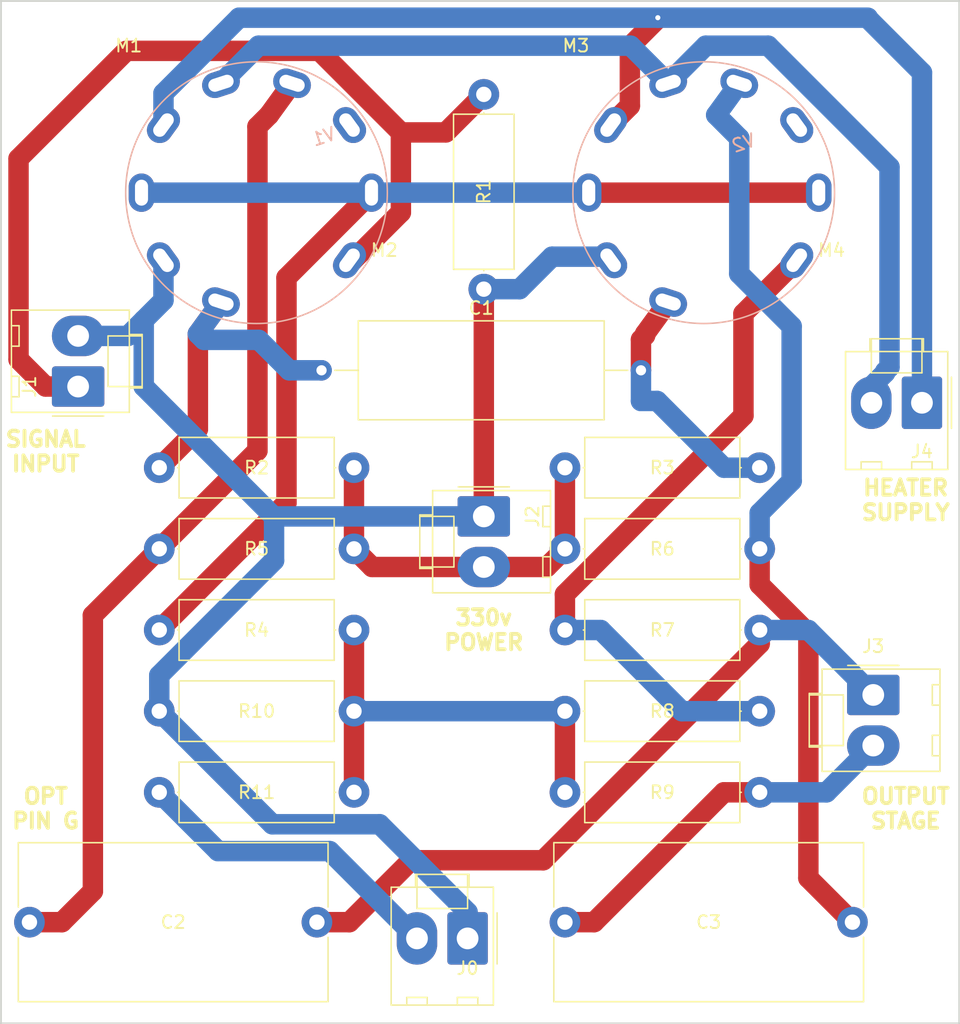
<source format=kicad_pcb>
(kicad_pcb (version 20171130) (host pcbnew "(5.1.6)-1")

  (general
    (thickness 1.6)
    (drawings 9)
    (tracks 127)
    (zones 0)
    (modules 25)
    (nets 18)
  )

  (page A4)
  (layers
    (0 F.Cu signal)
    (31 B.Cu signal)
    (32 B.Adhes user)
    (33 F.Adhes user)
    (34 B.Paste user)
    (35 F.Paste user)
    (36 B.SilkS user)
    (37 F.SilkS user)
    (38 B.Mask user)
    (39 F.Mask user)
    (40 Dwgs.User user)
    (41 Cmts.User user)
    (42 Eco1.User user)
    (43 Eco2.User user)
    (44 Edge.Cuts user)
    (45 Margin user)
    (46 B.CrtYd user)
    (47 F.CrtYd user)
    (48 B.Fab user hide)
    (49 F.Fab user hide)
  )

  (setup
    (last_trace_width 1.6)
    (trace_clearance 0.5)
    (zone_clearance 0.508)
    (zone_45_only no)
    (trace_min 0.2)
    (via_size 0.8)
    (via_drill 0.4)
    (via_min_size 0.4)
    (via_min_drill 0.3)
    (uvia_size 0.3)
    (uvia_drill 0.1)
    (uvias_allowed no)
    (uvia_min_size 0.2)
    (uvia_min_drill 0.1)
    (edge_width 0.05)
    (segment_width 0.2)
    (pcb_text_width 0.3)
    (pcb_text_size 1.5 1.5)
    (mod_edge_width 0.12)
    (mod_text_size 1 1)
    (mod_text_width 0.15)
    (pad_size 2 2)
    (pad_drill 2)
    (pad_to_mask_clearance 0.05)
    (aux_axis_origin 0 0)
    (visible_elements 7FFFFFFF)
    (pcbplotparams
      (layerselection 0x010fc_ffffffff)
      (usegerberextensions false)
      (usegerberattributes true)
      (usegerberadvancedattributes true)
      (creategerberjobfile true)
      (excludeedgelayer true)
      (linewidth 0.100000)
      (plotframeref false)
      (viasonmask false)
      (mode 1)
      (useauxorigin false)
      (hpglpennumber 1)
      (hpglpenspeed 20)
      (hpglpendiameter 15.000000)
      (psnegative false)
      (psa4output false)
      (plotreference true)
      (plotvalue true)
      (plotinvisibletext false)
      (padsonsilk false)
      (subtractmaskfromsilk false)
      (outputformat 1)
      (mirror false)
      (drillshape 1)
      (scaleselection 1)
      (outputdirectory ""))
  )

  (net 0 "")
  (net 1 "Net-(C1-Pad1)")
  (net 2 "Net-(C1-Pad2)")
  (net 3 "Net-(C2-Pad1)")
  (net 4 "Net-(C3-Pad2)")
  (net 5 "Net-(J1-Pad1)")
  (net 6 "Net-(V1-Pad7)")
  (net 7 "Net-(V2-Pad7)")
  (net 8 /V3)
  (net 9 /V4)
  (net 10 /0v)
  (net 11 /+330v)
  (net 12 /-6.3v)
  (net 13 /+6.3v)
  (net 14 /OPT/Q)
  (net 15 /Signal/K)
  (net 16 /Signal/FB)
  (net 17 /Signal/FA)

  (net_class Default "This is the default net class."
    (clearance 0.5)
    (trace_width 1.6)
    (via_dia 0.8)
    (via_drill 0.4)
    (uvia_dia 0.3)
    (uvia_drill 0.1)
    (add_net /+330v)
    (add_net /+6.3v)
    (add_net /-6.3v)
    (add_net /0v)
    (add_net /OPT/Q)
    (add_net /Signal/FA)
    (add_net /Signal/FB)
    (add_net /Signal/K)
    (add_net /V3)
    (add_net /V4)
    (add_net "Net-(C1-Pad1)")
    (add_net "Net-(C1-Pad2)")
    (add_net "Net-(C2-Pad1)")
    (add_net "Net-(C3-Pad2)")
    (add_net "Net-(J1-Pad1)")
    (add_net "Net-(V1-Pad7)")
    (add_net "Net-(V2-Pad7)")
  )

  (module Connector_Molex:Molex_KK-396_A-41791-0002_1x02_P3.96mm_Vertical (layer F.Cu) (tedit 5DC431B4) (tstamp 5F75C9C4)
    (at 97.79 100.33 270)
    (descr "Molex KK 396 Interconnect System, old/engineering part number: A-41791-0002 example for new part number: 26-60-4020, 2 Pins (https://www.molex.com/pdm_docs/sd/026604020_sd.pdf), generated with kicad-footprint-generator")
    (tags "connector Molex KK-396 vertical")
    (path /5F75CC40/5F75FFD8)
    (fp_text reference J2 (at 0 -3.81 90) (layer F.SilkS)
      (effects (font (size 1 1) (thickness 0.15)))
    )
    (fp_text value ~ (at 0 4.87 90) (layer F.Fab)
      (effects (font (size 1 1) (thickness 0.15)))
    )
    (fp_text user %R (at 0 1.27) (layer F.Fab)
      (effects (font (size 1 1) (thickness 0.15)))
    )
    (fp_line (start -1.91 -5.11) (end 5.87 -5.11) (layer F.Fab) (width 0.1))
    (fp_line (start 5.87 -5.11) (end 5.87 3.895) (layer F.Fab) (width 0.1))
    (fp_line (start 5.87 3.895) (end 3.965 3.895) (layer F.Fab) (width 0.1))
    (fp_line (start 3.965 3.895) (end 3.965 4.9) (layer F.Fab) (width 0.1))
    (fp_line (start 3.965 4.9) (end -0.005 4.9) (layer F.Fab) (width 0.1))
    (fp_line (start -0.005 4.9) (end -0.005 3.895) (layer F.Fab) (width 0.1))
    (fp_line (start -0.005 3.895) (end -1.91 3.895) (layer F.Fab) (width 0.1))
    (fp_line (start -1.91 3.895) (end -1.91 -5.11) (layer F.Fab) (width 0.1))
    (fp_line (start -2.02 -5.22) (end 5.98 -5.22) (layer F.SilkS) (width 0.12))
    (fp_line (start 5.98 -5.22) (end 5.98 4.005) (layer F.SilkS) (width 0.12))
    (fp_line (start 5.98 4.005) (end 4.075 4.005) (layer F.SilkS) (width 0.12))
    (fp_line (start 4.075 4.005) (end 4.075 5.01) (layer F.SilkS) (width 0.12))
    (fp_line (start 4.075 5.01) (end -0.115 5.01) (layer F.SilkS) (width 0.12))
    (fp_line (start -0.115 5.01) (end -0.115 4.005) (layer F.SilkS) (width 0.12))
    (fp_line (start -0.115 4.005) (end -2.02 4.005) (layer F.SilkS) (width 0.12))
    (fp_line (start -2.02 4.005) (end -2.02 -5.22) (layer F.SilkS) (width 0.12))
    (fp_line (start -2.31 -2) (end -2.31 2) (layer F.SilkS) (width 0.12))
    (fp_line (start -1.91 -0.5) (end -1.202893 0) (layer F.Fab) (width 0.1))
    (fp_line (start -1.202893 0) (end -1.91 0.5) (layer F.Fab) (width 0.1))
    (fp_line (start 0 5.01) (end 0 4.01) (layer F.SilkS) (width 0.12))
    (fp_line (start 0 4.01) (end 3.96 4.01) (layer F.SilkS) (width 0.12))
    (fp_line (start 3.96 4.01) (end 3.96 5.01) (layer F.SilkS) (width 0.12))
    (fp_line (start 0 4.01) (end 0 2.34) (layer F.SilkS) (width 0.12))
    (fp_line (start 0 2.34) (end 3.96 2.34) (layer F.SilkS) (width 0.12))
    (fp_line (start 3.96 2.34) (end 3.96 4.01) (layer F.SilkS) (width 0.12))
    (fp_line (start -0.8 -5.22) (end -0.8 -4.62) (layer F.SilkS) (width 0.12))
    (fp_line (start -0.8 -4.62) (end 0.8 -4.62) (layer F.SilkS) (width 0.12))
    (fp_line (start 0.8 -4.62) (end 0.8 -5.22) (layer F.SilkS) (width 0.12))
    (fp_line (start 3.16 -5.22) (end 3.16 -4.62) (layer F.SilkS) (width 0.12))
    (fp_line (start 3.16 -4.62) (end 4.76 -4.62) (layer F.SilkS) (width 0.12))
    (fp_line (start 4.76 -4.62) (end 4.76 -5.22) (layer F.SilkS) (width 0.12))
    (fp_line (start -2.41 -5.61) (end -2.41 5.4) (layer F.CrtYd) (width 0.05))
    (fp_line (start -2.41 5.4) (end 6.37 5.4) (layer F.CrtYd) (width 0.05))
    (fp_line (start 6.37 5.4) (end 6.37 -5.61) (layer F.CrtYd) (width 0.05))
    (fp_line (start 6.37 -5.61) (end -2.41 -5.61) (layer F.CrtYd) (width 0.05))
    (pad 2 thru_hole oval (at 3.96 0 270) (size 3.16 4.1) (drill 1.7) (layers *.Cu *.Mask)
      (net 11 /+330v))
    (pad 1 thru_hole roundrect (at 0 0 270) (size 3.16 4.1) (drill 1.7) (layers *.Cu *.Mask) (roundrect_rratio 0.079114)
      (net 10 /0v))
    (model ${KISYS3DMOD}/Connector_Molex.3dshapes/Molex_KK-396_A-41791-0002_1x02_P3.96mm_Vertical.wrl
      (at (xyz 0 0 0))
      (scale (xyz 1 1 1))
      (rotate (xyz 0 0 0))
    )
  )

  (module Connector_Molex:Molex_KK-396_A-41791-0002_1x02_P3.96mm_Vertical (layer F.Cu) (tedit 5DC431B4) (tstamp 5F75C9AE)
    (at 66.04 90.17 90)
    (descr "Molex KK 396 Interconnect System, old/engineering part number: A-41791-0002 example for new part number: 26-60-4020, 2 Pins (https://www.molex.com/pdm_docs/sd/026604020_sd.pdf), generated with kicad-footprint-generator")
    (tags "connector Molex KK-396 vertical")
    (path /5F75CC40/5F75FF9A)
    (fp_text reference J1 (at 0 -3.81 90) (layer F.SilkS)
      (effects (font (size 1 1) (thickness 0.15)))
    )
    (fp_text value ~ (at 0 4.87 90) (layer F.Fab)
      (effects (font (size 1 1) (thickness 0.15)))
    )
    (fp_line (start 6.37 -5.61) (end -2.41 -5.61) (layer F.CrtYd) (width 0.05))
    (fp_line (start 6.37 5.4) (end 6.37 -5.61) (layer F.CrtYd) (width 0.05))
    (fp_line (start -2.41 5.4) (end 6.37 5.4) (layer F.CrtYd) (width 0.05))
    (fp_line (start -2.41 -5.61) (end -2.41 5.4) (layer F.CrtYd) (width 0.05))
    (fp_line (start 4.76 -4.62) (end 4.76 -5.22) (layer F.SilkS) (width 0.12))
    (fp_line (start 3.16 -4.62) (end 4.76 -4.62) (layer F.SilkS) (width 0.12))
    (fp_line (start 3.16 -5.22) (end 3.16 -4.62) (layer F.SilkS) (width 0.12))
    (fp_line (start 0.8 -4.62) (end 0.8 -5.22) (layer F.SilkS) (width 0.12))
    (fp_line (start -0.8 -4.62) (end 0.8 -4.62) (layer F.SilkS) (width 0.12))
    (fp_line (start -0.8 -5.22) (end -0.8 -4.62) (layer F.SilkS) (width 0.12))
    (fp_line (start 3.96 2.34) (end 3.96 4.01) (layer F.SilkS) (width 0.12))
    (fp_line (start 0 2.34) (end 3.96 2.34) (layer F.SilkS) (width 0.12))
    (fp_line (start 0 4.01) (end 0 2.34) (layer F.SilkS) (width 0.12))
    (fp_line (start 3.96 4.01) (end 3.96 5.01) (layer F.SilkS) (width 0.12))
    (fp_line (start 0 4.01) (end 3.96 4.01) (layer F.SilkS) (width 0.12))
    (fp_line (start 0 5.01) (end 0 4.01) (layer F.SilkS) (width 0.12))
    (fp_line (start -1.202893 0) (end -1.91 0.5) (layer F.Fab) (width 0.1))
    (fp_line (start -1.91 -0.5) (end -1.202893 0) (layer F.Fab) (width 0.1))
    (fp_line (start -2.31 -2) (end -2.31 2) (layer F.SilkS) (width 0.12))
    (fp_line (start -2.02 4.005) (end -2.02 -5.22) (layer F.SilkS) (width 0.12))
    (fp_line (start -0.115 4.005) (end -2.02 4.005) (layer F.SilkS) (width 0.12))
    (fp_line (start -0.115 5.01) (end -0.115 4.005) (layer F.SilkS) (width 0.12))
    (fp_line (start 4.075 5.01) (end -0.115 5.01) (layer F.SilkS) (width 0.12))
    (fp_line (start 4.075 4.005) (end 4.075 5.01) (layer F.SilkS) (width 0.12))
    (fp_line (start 5.98 4.005) (end 4.075 4.005) (layer F.SilkS) (width 0.12))
    (fp_line (start 5.98 -5.22) (end 5.98 4.005) (layer F.SilkS) (width 0.12))
    (fp_line (start -2.02 -5.22) (end 5.98 -5.22) (layer F.SilkS) (width 0.12))
    (fp_line (start -1.91 3.895) (end -1.91 -5.11) (layer F.Fab) (width 0.1))
    (fp_line (start -0.005 3.895) (end -1.91 3.895) (layer F.Fab) (width 0.1))
    (fp_line (start -0.005 4.9) (end -0.005 3.895) (layer F.Fab) (width 0.1))
    (fp_line (start 3.965 4.9) (end -0.005 4.9) (layer F.Fab) (width 0.1))
    (fp_line (start 3.965 3.895) (end 3.965 4.9) (layer F.Fab) (width 0.1))
    (fp_line (start 5.87 3.895) (end 3.965 3.895) (layer F.Fab) (width 0.1))
    (fp_line (start 5.87 -5.11) (end 5.87 3.895) (layer F.Fab) (width 0.1))
    (fp_line (start -1.91 -5.11) (end 5.87 -5.11) (layer F.Fab) (width 0.1))
    (fp_text user %R (at 0 1.27) (layer F.Fab)
      (effects (font (size 1 1) (thickness 0.15)))
    )
    (pad 2 thru_hole oval (at 3.96 0 90) (size 3.16 4.1) (drill 1.7) (layers *.Cu *.Mask)
      (net 10 /0v))
    (pad 1 thru_hole roundrect (at 0 0 90) (size 3.16 4.1) (drill 1.7) (layers *.Cu *.Mask) (roundrect_rratio 0.079114)
      (net 5 "Net-(J1-Pad1)"))
    (model ${KISYS3DMOD}/Connector_Molex.3dshapes/Molex_KK-396_A-41791-0002_1x02_P3.96mm_Vertical.wrl
      (at (xyz 0 0 0))
      (scale (xyz 1 1 1))
      (rotate (xyz 0 0 0))
    )
  )

  (module Connector_Molex:Molex_KK-396_A-41791-0002_1x02_P3.96mm_Vertical (layer F.Cu) (tedit 5DC431B4) (tstamp 5F75C9F1)
    (at 132.08 91.44 180)
    (descr "Molex KK 396 Interconnect System, old/engineering part number: A-41791-0002 example for new part number: 26-60-4020, 2 Pins (https://www.molex.com/pdm_docs/sd/026604020_sd.pdf), generated with kicad-footprint-generator")
    (tags "connector Molex KK-396 vertical")
    (path /5F75CC40/5F75EDBD)
    (fp_text reference J4 (at 0 -3.81) (layer F.SilkS)
      (effects (font (size 1 1) (thickness 0.15)))
    )
    (fp_text value ~ (at 0 4.87) (layer F.Fab)
      (effects (font (size 1 1) (thickness 0.15)))
    )
    (fp_line (start 6.37 -5.61) (end -2.41 -5.61) (layer F.CrtYd) (width 0.05))
    (fp_line (start 6.37 5.4) (end 6.37 -5.61) (layer F.CrtYd) (width 0.05))
    (fp_line (start -2.41 5.4) (end 6.37 5.4) (layer F.CrtYd) (width 0.05))
    (fp_line (start -2.41 -5.61) (end -2.41 5.4) (layer F.CrtYd) (width 0.05))
    (fp_line (start 4.76 -4.62) (end 4.76 -5.22) (layer F.SilkS) (width 0.12))
    (fp_line (start 3.16 -4.62) (end 4.76 -4.62) (layer F.SilkS) (width 0.12))
    (fp_line (start 3.16 -5.22) (end 3.16 -4.62) (layer F.SilkS) (width 0.12))
    (fp_line (start 0.8 -4.62) (end 0.8 -5.22) (layer F.SilkS) (width 0.12))
    (fp_line (start -0.8 -4.62) (end 0.8 -4.62) (layer F.SilkS) (width 0.12))
    (fp_line (start -0.8 -5.22) (end -0.8 -4.62) (layer F.SilkS) (width 0.12))
    (fp_line (start 3.96 2.34) (end 3.96 4.01) (layer F.SilkS) (width 0.12))
    (fp_line (start 0 2.34) (end 3.96 2.34) (layer F.SilkS) (width 0.12))
    (fp_line (start 0 4.01) (end 0 2.34) (layer F.SilkS) (width 0.12))
    (fp_line (start 3.96 4.01) (end 3.96 5.01) (layer F.SilkS) (width 0.12))
    (fp_line (start 0 4.01) (end 3.96 4.01) (layer F.SilkS) (width 0.12))
    (fp_line (start 0 5.01) (end 0 4.01) (layer F.SilkS) (width 0.12))
    (fp_line (start -1.202893 0) (end -1.91 0.5) (layer F.Fab) (width 0.1))
    (fp_line (start -1.91 -0.5) (end -1.202893 0) (layer F.Fab) (width 0.1))
    (fp_line (start -2.31 -2) (end -2.31 2) (layer F.SilkS) (width 0.12))
    (fp_line (start -2.02 4.005) (end -2.02 -5.22) (layer F.SilkS) (width 0.12))
    (fp_line (start -0.115 4.005) (end -2.02 4.005) (layer F.SilkS) (width 0.12))
    (fp_line (start -0.115 5.01) (end -0.115 4.005) (layer F.SilkS) (width 0.12))
    (fp_line (start 4.075 5.01) (end -0.115 5.01) (layer F.SilkS) (width 0.12))
    (fp_line (start 4.075 4.005) (end 4.075 5.01) (layer F.SilkS) (width 0.12))
    (fp_line (start 5.98 4.005) (end 4.075 4.005) (layer F.SilkS) (width 0.12))
    (fp_line (start 5.98 -5.22) (end 5.98 4.005) (layer F.SilkS) (width 0.12))
    (fp_line (start -2.02 -5.22) (end 5.98 -5.22) (layer F.SilkS) (width 0.12))
    (fp_line (start -1.91 3.895) (end -1.91 -5.11) (layer F.Fab) (width 0.1))
    (fp_line (start -0.005 3.895) (end -1.91 3.895) (layer F.Fab) (width 0.1))
    (fp_line (start -0.005 4.9) (end -0.005 3.895) (layer F.Fab) (width 0.1))
    (fp_line (start 3.965 4.9) (end -0.005 4.9) (layer F.Fab) (width 0.1))
    (fp_line (start 3.965 3.895) (end 3.965 4.9) (layer F.Fab) (width 0.1))
    (fp_line (start 5.87 3.895) (end 3.965 3.895) (layer F.Fab) (width 0.1))
    (fp_line (start 5.87 -5.11) (end 5.87 3.895) (layer F.Fab) (width 0.1))
    (fp_line (start -1.91 -5.11) (end 5.87 -5.11) (layer F.Fab) (width 0.1))
    (fp_text user %R (at 0 1.27 90) (layer F.Fab)
      (effects (font (size 1 1) (thickness 0.15)))
    )
    (pad 2 thru_hole oval (at 3.96 0 180) (size 3.16 4.1) (drill 1.7) (layers *.Cu *.Mask)
      (net 12 /-6.3v))
    (pad 1 thru_hole roundrect (at 0 0 180) (size 3.16 4.1) (drill 1.7) (layers *.Cu *.Mask) (roundrect_rratio 0.079114)
      (net 13 /+6.3v))
    (model ${KISYS3DMOD}/Connector_Molex.3dshapes/Molex_KK-396_A-41791-0002_1x02_P3.96mm_Vertical.wrl
      (at (xyz 0 0 0))
      (scale (xyz 1 1 1))
      (rotate (xyz 0 0 0))
    )
  )

  (module Connector_Molex:Molex_KK-396_A-41791-0002_1x02_P3.96mm_Vertical (layer F.Cu) (tedit 5DC431B4) (tstamp 5F76D4CB)
    (at 128.27 114.3 270)
    (descr "Molex KK 396 Interconnect System, old/engineering part number: A-41791-0002 example for new part number: 26-60-4020, 2 Pins (https://www.molex.com/pdm_docs/sd/026604020_sd.pdf), generated with kicad-footprint-generator")
    (tags "connector Molex KK-396 vertical")
    (path /5F75CC40/5F7CB7B3)
    (fp_text reference J3 (at -3.81 0) (layer F.SilkS)
      (effects (font (size 1 1) (thickness 0.15)))
    )
    (fp_text value ~ (at 0 4.87 90) (layer F.Fab)
      (effects (font (size 1 1) (thickness 0.15)))
    )
    (fp_line (start 6.37 -5.61) (end -2.41 -5.61) (layer F.CrtYd) (width 0.05))
    (fp_line (start 6.37 5.4) (end 6.37 -5.61) (layer F.CrtYd) (width 0.05))
    (fp_line (start -2.41 5.4) (end 6.37 5.4) (layer F.CrtYd) (width 0.05))
    (fp_line (start -2.41 -5.61) (end -2.41 5.4) (layer F.CrtYd) (width 0.05))
    (fp_line (start 4.76 -4.62) (end 4.76 -5.22) (layer F.SilkS) (width 0.12))
    (fp_line (start 3.16 -4.62) (end 4.76 -4.62) (layer F.SilkS) (width 0.12))
    (fp_line (start 3.16 -5.22) (end 3.16 -4.62) (layer F.SilkS) (width 0.12))
    (fp_line (start 0.8 -4.62) (end 0.8 -5.22) (layer F.SilkS) (width 0.12))
    (fp_line (start -0.8 -4.62) (end 0.8 -4.62) (layer F.SilkS) (width 0.12))
    (fp_line (start -0.8 -5.22) (end -0.8 -4.62) (layer F.SilkS) (width 0.12))
    (fp_line (start 3.96 2.34) (end 3.96 4.01) (layer F.SilkS) (width 0.12))
    (fp_line (start 0 2.34) (end 3.96 2.34) (layer F.SilkS) (width 0.12))
    (fp_line (start 0 4.01) (end 0 2.34) (layer F.SilkS) (width 0.12))
    (fp_line (start 3.96 4.01) (end 3.96 5.01) (layer F.SilkS) (width 0.12))
    (fp_line (start 0 4.01) (end 3.96 4.01) (layer F.SilkS) (width 0.12))
    (fp_line (start 0 5.01) (end 0 4.01) (layer F.SilkS) (width 0.12))
    (fp_line (start -1.202893 0) (end -1.91 0.5) (layer F.Fab) (width 0.1))
    (fp_line (start -1.91 -0.5) (end -1.202893 0) (layer F.Fab) (width 0.1))
    (fp_line (start -2.31 -2) (end -2.31 2) (layer F.SilkS) (width 0.12))
    (fp_line (start -2.02 4.005) (end -2.02 -5.22) (layer F.SilkS) (width 0.12))
    (fp_line (start -0.115 4.005) (end -2.02 4.005) (layer F.SilkS) (width 0.12))
    (fp_line (start -0.115 5.01) (end -0.115 4.005) (layer F.SilkS) (width 0.12))
    (fp_line (start 4.075 5.01) (end -0.115 5.01) (layer F.SilkS) (width 0.12))
    (fp_line (start 4.075 4.005) (end 4.075 5.01) (layer F.SilkS) (width 0.12))
    (fp_line (start 5.98 4.005) (end 4.075 4.005) (layer F.SilkS) (width 0.12))
    (fp_line (start 5.98 -5.22) (end 5.98 4.005) (layer F.SilkS) (width 0.12))
    (fp_line (start -2.02 -5.22) (end 5.98 -5.22) (layer F.SilkS) (width 0.12))
    (fp_line (start -1.91 3.895) (end -1.91 -5.11) (layer F.Fab) (width 0.1))
    (fp_line (start -0.005 3.895) (end -1.91 3.895) (layer F.Fab) (width 0.1))
    (fp_line (start -0.005 4.9) (end -0.005 3.895) (layer F.Fab) (width 0.1))
    (fp_line (start 3.965 4.9) (end -0.005 4.9) (layer F.Fab) (width 0.1))
    (fp_line (start 3.965 3.895) (end 3.965 4.9) (layer F.Fab) (width 0.1))
    (fp_line (start 5.87 3.895) (end 3.965 3.895) (layer F.Fab) (width 0.1))
    (fp_line (start 5.87 -5.11) (end 5.87 3.895) (layer F.Fab) (width 0.1))
    (fp_line (start -1.91 -5.11) (end 5.87 -5.11) (layer F.Fab) (width 0.1))
    (fp_text user %R (at 0 1.27) (layer F.Fab)
      (effects (font (size 1 1) (thickness 0.15)))
    )
    (pad 2 thru_hole oval (at 3.96 0 270) (size 3.16 4.1) (drill 1.7) (layers *.Cu *.Mask)
      (net 9 /V4))
    (pad 1 thru_hole roundrect (at 0 0 270) (size 3.16 4.1) (drill 1.7) (layers *.Cu *.Mask) (roundrect_rratio 0.079114)
      (net 8 /V3))
    (model ${KISYS3DMOD}/Connector_Molex.3dshapes/Molex_KK-396_A-41791-0002_1x02_P3.96mm_Vertical.wrl
      (at (xyz 0 0 0))
      (scale (xyz 1 1 1))
      (rotate (xyz 0 0 0))
    )
  )

  (module Connector_Molex:Molex_KK-396_A-41791-0002_1x02_P3.96mm_Vertical (layer F.Cu) (tedit 5DC431B4) (tstamp 5F76D4B5)
    (at 96.52 133.35 180)
    (descr "Molex KK 396 Interconnect System, old/engineering part number: A-41791-0002 example for new part number: 26-60-4020, 2 Pins (https://www.molex.com/pdm_docs/sd/026604020_sd.pdf), generated with kicad-footprint-generator")
    (tags "connector Molex KK-396 vertical")
    (path /5F75CC40/5F7CF343)
    (fp_text reference J0 (at 0 -2.33) (layer F.SilkS)
      (effects (font (size 1 1) (thickness 0.15)))
    )
    (fp_text value ~ (at 0 4.87) (layer F.Fab)
      (effects (font (size 1 1) (thickness 0.15)))
    )
    (fp_line (start 6.37 -5.61) (end -2.41 -5.61) (layer F.CrtYd) (width 0.05))
    (fp_line (start 6.37 5.4) (end 6.37 -5.61) (layer F.CrtYd) (width 0.05))
    (fp_line (start -2.41 5.4) (end 6.37 5.4) (layer F.CrtYd) (width 0.05))
    (fp_line (start -2.41 -5.61) (end -2.41 5.4) (layer F.CrtYd) (width 0.05))
    (fp_line (start 4.76 -4.62) (end 4.76 -5.22) (layer F.SilkS) (width 0.12))
    (fp_line (start 3.16 -4.62) (end 4.76 -4.62) (layer F.SilkS) (width 0.12))
    (fp_line (start 3.16 -5.22) (end 3.16 -4.62) (layer F.SilkS) (width 0.12))
    (fp_line (start 0.8 -4.62) (end 0.8 -5.22) (layer F.SilkS) (width 0.12))
    (fp_line (start -0.8 -4.62) (end 0.8 -4.62) (layer F.SilkS) (width 0.12))
    (fp_line (start -0.8 -5.22) (end -0.8 -4.62) (layer F.SilkS) (width 0.12))
    (fp_line (start 3.96 2.34) (end 3.96 4.01) (layer F.SilkS) (width 0.12))
    (fp_line (start 0 2.34) (end 3.96 2.34) (layer F.SilkS) (width 0.12))
    (fp_line (start 0 4.01) (end 0 2.34) (layer F.SilkS) (width 0.12))
    (fp_line (start 3.96 4.01) (end 3.96 5.01) (layer F.SilkS) (width 0.12))
    (fp_line (start 0 4.01) (end 3.96 4.01) (layer F.SilkS) (width 0.12))
    (fp_line (start 0 5.01) (end 0 4.01) (layer F.SilkS) (width 0.12))
    (fp_line (start -1.202893 0) (end -1.91 0.5) (layer F.Fab) (width 0.1))
    (fp_line (start -1.91 -0.5) (end -1.202893 0) (layer F.Fab) (width 0.1))
    (fp_line (start -2.31 -2) (end -2.31 2) (layer F.SilkS) (width 0.12))
    (fp_line (start -2.02 4.005) (end -2.02 -5.22) (layer F.SilkS) (width 0.12))
    (fp_line (start -0.115 4.005) (end -2.02 4.005) (layer F.SilkS) (width 0.12))
    (fp_line (start -0.115 5.01) (end -0.115 4.005) (layer F.SilkS) (width 0.12))
    (fp_line (start 4.075 5.01) (end -0.115 5.01) (layer F.SilkS) (width 0.12))
    (fp_line (start 4.075 4.005) (end 4.075 5.01) (layer F.SilkS) (width 0.12))
    (fp_line (start 5.98 4.005) (end 4.075 4.005) (layer F.SilkS) (width 0.12))
    (fp_line (start 5.98 -5.22) (end 5.98 4.005) (layer F.SilkS) (width 0.12))
    (fp_line (start -2.02 -5.22) (end 5.98 -5.22) (layer F.SilkS) (width 0.12))
    (fp_line (start -1.91 3.895) (end -1.91 -5.11) (layer F.Fab) (width 0.1))
    (fp_line (start -0.005 3.895) (end -1.91 3.895) (layer F.Fab) (width 0.1))
    (fp_line (start -0.005 4.9) (end -0.005 3.895) (layer F.Fab) (width 0.1))
    (fp_line (start 3.965 4.9) (end -0.005 4.9) (layer F.Fab) (width 0.1))
    (fp_line (start 3.965 3.895) (end 3.965 4.9) (layer F.Fab) (width 0.1))
    (fp_line (start 5.87 3.895) (end 3.965 3.895) (layer F.Fab) (width 0.1))
    (fp_line (start 5.87 -5.11) (end 5.87 3.895) (layer F.Fab) (width 0.1))
    (fp_line (start -1.91 -5.11) (end 5.87 -5.11) (layer F.Fab) (width 0.1))
    (fp_text user %R (at 0 1.27 90) (layer F.Fab)
      (effects (font (size 1 1) (thickness 0.15)))
    )
    (pad 2 thru_hole oval (at 3.96 0 180) (size 3.16 4.1) (drill 1.7) (layers *.Cu *.Mask)
      (net 14 /OPT/Q))
    (pad 1 thru_hole roundrect (at 0 0 180) (size 3.16 4.1) (drill 1.7) (layers *.Cu *.Mask) (roundrect_rratio 0.079114)
      (net 10 /0v))
    (model ${KISYS3DMOD}/Connector_Molex.3dshapes/Molex_KK-396_A-41791-0002_1x02_P3.96mm_Vertical.wrl
      (at (xyz 0 0 0))
      (scale (xyz 1 1 1))
      (rotate (xyz 0 0 0))
    )
  )

  (module MountingHole:MountingHole_2mm (layer F.Cu) (tedit 5F760AAD) (tstamp 5F7605B6)
    (at 90 83)
    (descr "Mounting Hole 2mm, no annular")
    (tags "mounting hole 2mm no annular")
    (attr virtual)
    (fp_text reference M2 (at 0 -3.5) (layer F.SilkS)
      (effects (font (size 1 1) (thickness 0.15)))
    )
    (fp_text value MountingHole_2mm (at 0 3.5) (layer F.Fab)
      (effects (font (size 1 1) (thickness 0.15)))
    )
    (fp_circle (center 0 0) (end 1.27 0) (layer F.CrtYd) (width 0.05))
    (fp_circle (center 0 0) (end 1.27 0) (layer Cmts.User) (width 0.15))
    (fp_text user %R (at 0.3 0) (layer F.Fab)
      (effects (font (size 1 1) (thickness 0.15)))
    )
    (pad "" np_thru_hole circle (at 0 0) (size 2 2) (drill 2) (layers *.Cu *.Mask))
  )

  (module MountingHole:MountingHole_2mm (layer F.Cu) (tedit 5B924920) (tstamp 5F7605C4)
    (at 70 67)
    (descr "Mounting Hole 2mm, no annular")
    (tags "mounting hole 2mm no annular")
    (attr virtual)
    (fp_text reference M1 (at 0 -3.5) (layer F.SilkS)
      (effects (font (size 1 1) (thickness 0.15)))
    )
    (fp_text value MountingHole_2mm (at 0 3.5) (layer F.Fab)
      (effects (font (size 1 1) (thickness 0.15)))
    )
    (fp_circle (center 0 0) (end 2 0) (layer Cmts.User) (width 0.15))
    (fp_circle (center 0 0) (end 2.25 0) (layer F.CrtYd) (width 0.05))
    (fp_text user %R (at 0.3 0) (layer F.Fab)
      (effects (font (size 1 1) (thickness 0.15)))
    )
    (pad "" np_thru_hole circle (at 0 0) (size 2 2) (drill 2) (layers *.Cu *.Mask))
  )

  (module MountingHole:MountingHole_2mm (layer F.Cu) (tedit 5B924920) (tstamp 5F76047E)
    (at 105 67)
    (descr "Mounting Hole 2mm, no annular")
    (tags "mounting hole 2mm no annular")
    (attr virtual)
    (fp_text reference M3 (at 0 -3.5) (layer F.SilkS)
      (effects (font (size 1 1) (thickness 0.15)))
    )
    (fp_text value MountingHole_2mm (at 0 3.5) (layer F.Fab)
      (effects (font (size 1 1) (thickness 0.15)))
    )
    (fp_circle (center 0 0) (end 2 0) (layer Cmts.User) (width 0.15))
    (fp_circle (center 0 0) (end 2.25 0) (layer F.CrtYd) (width 0.05))
    (fp_text user %R (at 0.3 0) (layer F.Fab)
      (effects (font (size 1 1) (thickness 0.15)))
    )
    (pad "" np_thru_hole circle (at 0 0) (size 2 2) (drill 2) (layers *.Cu *.Mask))
  )

  (module MountingHole:MountingHole_2mm (layer F.Cu) (tedit 5B924920) (tstamp 5F75F338)
    (at 125 83)
    (descr "Mounting Hole 2mm, no annular")
    (tags "mounting hole 2mm no annular")
    (attr virtual)
    (fp_text reference M4 (at 0 -3.5) (layer F.SilkS)
      (effects (font (size 1 1) (thickness 0.15)))
    )
    (fp_text value MountingHole_2mm (at 0 3.5) (layer F.Fab)
      (effects (font (size 1 1) (thickness 0.15)))
    )
    (fp_circle (center 0 0) (end 2 0) (layer Cmts.User) (width 0.15))
    (fp_circle (center 0 0) (end 2.25 0) (layer F.CrtYd) (width 0.05))
    (fp_text user %R (at 0.3 0) (layer F.Fab)
      (effects (font (size 1 1) (thickness 0.15)))
    )
    (pad "" np_thru_hole circle (at 0 0) (size 2 2) (drill 2) (layers *.Cu *.Mask))
  )

  (module KIT:Valve_ECC-82 (layer B.Cu) (tedit 5EC5AF52) (tstamp 5F75CCE4)
    (at 80 75 198)
    (descr "Valve ECC-83-2 flat pins")
    (tags "Valve ECC-83-2 flat pins")
    (path /5F75CC40/5F75EDA6)
    (fp_text reference V1 (at -6.35 2.539999 18) (layer B.SilkS)
      (effects (font (size 1 1) (thickness 0.15)) (justify mirror))
    )
    (fp_text value EF86 (at -6.35 -7.46 18) (layer B.Fab)
      (effects (font (size 1 1) (thickness 0.15)) (justify mirror))
    )
    (fp_circle (center 0 0) (end 0 10.25) (layer B.Fab) (width 0.1))
    (fp_circle (center 0 0) (end 0 10.5) (layer B.CrtYd) (width 0.05))
    (fp_circle (center 0 0) (end 10.16 -1.27) (layer B.SilkS) (width 0.12))
    (fp_text user %R (at -6.35 2.539999 18) (layer B.Fab)
      (effects (font (size 1 1) (thickness 0.15)) (justify mirror))
    )
    (pad 1 thru_hole oval (at 5.29 -7.28 252) (size 2 3) (drill oval 1.02 2.03) (layers *.Cu *.Mask)
      (net 1 "Net-(C1-Pad1)"))
    (pad 2 thru_hole oval (at 8.56 -2.78 216) (size 2 3) (drill oval 1.02 2.03) (layers *.Cu *.Mask)
      (net 10 /0v))
    (pad 3 thru_hole oval (at 8.56 2.78 180) (size 2 3) (drill oval 1.02 2.03) (layers *.Cu *.Mask)
      (net 15 /Signal/K))
    (pad 4 thru_hole oval (at 5.29 7.28 144) (size 2 3) (drill oval 1.02 2.03) (layers *.Cu *.Mask)
      (net 13 /+6.3v))
    (pad 5 thru_hole oval (at 0 9 108) (size 2 3) (drill oval 1.02 2.03) (layers *.Cu *.Mask)
      (net 12 /-6.3v))
    (pad 6 thru_hole oval (at -5.29 7.28 252) (size 2 3) (drill oval 1.02 2.03) (layers *.Cu *.Mask)
      (net 3 "Net-(C2-Pad1)"))
    (pad 7 thru_hole oval (at -8.56 2.78 216) (size 2 3) (drill oval 1.02 2.03) (layers *.Cu *.Mask)
      (net 6 "Net-(V1-Pad7)"))
    (pad 8 thru_hole oval (at -8.56 -2.78 180) (size 2 3) (drill oval 1.02 2.03) (layers *.Cu *.Mask)
      (net 15 /Signal/K))
    (pad 9 thru_hole oval (at -5.29 -7.28 144) (size 2 3) (drill oval 1.02 2.03) (layers *.Cu *.Mask)
      (net 5 "Net-(J1-Pad1)"))
    (model ${KISYS3DMOD}/Valve.3dshapes/Valve_ECC-83-2.wrl
      (at (xyz 0 0 0))
      (scale (xyz 1 1 1))
      (rotate (xyz 0 0 0))
    )
  )

  (module KIT:Valve_ECC-82 (layer B.Cu) (tedit 5EC5AF52) (tstamp 5F760411)
    (at 115 75 198)
    (descr "Valve ECC-83-2 flat pins")
    (tags "Valve ECC-83-2 flat pins")
    (path /5F75CC40/5F75EDAC)
    (fp_text reference V2 (at -4.156772 2.729056 18) (layer B.SilkS)
      (effects (font (size 1 1) (thickness 0.15)) (justify mirror))
    )
    (fp_text value EF86 (at -6.35 -7.46 18) (layer B.Fab)
      (effects (font (size 1 1) (thickness 0.15)) (justify mirror))
    )
    (fp_circle (center 0 0) (end 0 10.25) (layer B.Fab) (width 0.1))
    (fp_circle (center 0 0) (end 0 10.5) (layer B.CrtYd) (width 0.05))
    (fp_circle (center 0 0) (end 10.16 -1.27) (layer B.SilkS) (width 0.12))
    (fp_text user %R (at -6.35 2.539999 18) (layer B.Fab)
      (effects (font (size 1 1) (thickness 0.15)) (justify mirror))
    )
    (pad 1 thru_hole oval (at 5.29 -7.28 252) (size 2 3) (drill oval 1.02 2.03) (layers *.Cu *.Mask)
      (net 2 "Net-(C1-Pad2)"))
    (pad 2 thru_hole oval (at 8.56 -2.78 216) (size 2 3) (drill oval 1.02 2.03) (layers *.Cu *.Mask)
      (net 10 /0v))
    (pad 3 thru_hole oval (at 8.56 2.78 180) (size 2 3) (drill oval 1.02 2.03) (layers *.Cu *.Mask)
      (net 15 /Signal/K))
    (pad 4 thru_hole oval (at 5.29 7.28 144) (size 2 3) (drill oval 1.02 2.03) (layers *.Cu *.Mask)
      (net 13 /+6.3v))
    (pad 5 thru_hole oval (at 0 9 108) (size 2 3) (drill oval 1.02 2.03) (layers *.Cu *.Mask)
      (net 12 /-6.3v))
    (pad 6 thru_hole oval (at -5.29 7.28 252) (size 2 3) (drill oval 1.02 2.03) (layers *.Cu *.Mask)
      (net 4 "Net-(C3-Pad2)"))
    (pad 7 thru_hole oval (at -8.56 2.78 216) (size 2 3) (drill oval 1.02 2.03) (layers *.Cu *.Mask)
      (net 7 "Net-(V2-Pad7)"))
    (pad 8 thru_hole oval (at -8.56 -2.78 180) (size 2 3) (drill oval 1.02 2.03) (layers *.Cu *.Mask)
      (net 15 /Signal/K))
    (pad 9 thru_hole oval (at -5.29 -7.28 144) (size 2 3) (drill oval 1.02 2.03) (layers *.Cu *.Mask)
      (net 17 /Signal/FA))
    (model ${KISYS3DMOD}/Valve.3dshapes/Valve_ECC-83-2.wrl
      (at (xyz 0 0 0))
      (scale (xyz 1 1 1))
      (rotate (xyz 0 0 0))
    )
  )

  (module Capacitor_THT:C_Rect_L24.0mm_W12.2mm_P22.50mm_MKT (layer F.Cu) (tedit 5AE50EF0) (tstamp 5F75C8EA)
    (at 62.23 132.08)
    (descr "C, Rect series, Radial, pin pitch=22.50mm, , length*width=24*12.2mm^2, Capacitor, https://en.tdk.eu/inf/20/20/db/fc_2009/MKT_B32560_564.pdf")
    (tags "C Rect series Radial pin pitch 22.50mm  length 24mm width 12.2mm Capacitor")
    (path /5F75CC40/5F75FF85)
    (fp_text reference C2 (at 11.25 0) (layer F.SilkS)
      (effects (font (size 1 1) (thickness 0.15)))
    )
    (fp_text value 0.1u (at 11.25 7.35) (layer F.Fab)
      (effects (font (size 1 1) (thickness 0.15)))
    )
    (fp_line (start -0.75 -6.1) (end -0.75 6.1) (layer F.Fab) (width 0.1))
    (fp_line (start -0.75 6.1) (end 23.25 6.1) (layer F.Fab) (width 0.1))
    (fp_line (start 23.25 6.1) (end 23.25 -6.1) (layer F.Fab) (width 0.1))
    (fp_line (start 23.25 -6.1) (end -0.75 -6.1) (layer F.Fab) (width 0.1))
    (fp_line (start -0.87 -6.22) (end 23.37 -6.22) (layer F.SilkS) (width 0.12))
    (fp_line (start -0.87 6.22) (end 23.37 6.22) (layer F.SilkS) (width 0.12))
    (fp_line (start -0.87 -6.22) (end -0.87 -1.185) (layer F.SilkS) (width 0.12))
    (fp_line (start -0.87 1.185) (end -0.87 6.22) (layer F.SilkS) (width 0.12))
    (fp_line (start 23.37 -6.22) (end 23.37 -1.185) (layer F.SilkS) (width 0.12))
    (fp_line (start 23.37 1.185) (end 23.37 6.22) (layer F.SilkS) (width 0.12))
    (fp_line (start -1.45 -6.35) (end -1.45 6.35) (layer F.CrtYd) (width 0.05))
    (fp_line (start -1.45 6.35) (end 23.95 6.35) (layer F.CrtYd) (width 0.05))
    (fp_line (start 23.95 6.35) (end 23.95 -6.35) (layer F.CrtYd) (width 0.05))
    (fp_line (start 23.95 -6.35) (end -1.45 -6.35) (layer F.CrtYd) (width 0.05))
    (fp_text user %R (at 11.25 0) (layer F.Fab)
      (effects (font (size 1 1) (thickness 0.15)))
    )
    (pad 1 thru_hole circle (at 0 0) (size 2.4 2.4) (drill 1.2) (layers *.Cu *.Mask)
      (net 3 "Net-(C2-Pad1)"))
    (pad 2 thru_hole circle (at 22.5 0) (size 2.4 2.4) (drill 1.2) (layers *.Cu *.Mask)
      (net 8 /V3))
    (model ${KISYS3DMOD}/Capacitor_THT.3dshapes/C_Rect_L24.0mm_W12.2mm_P22.50mm_MKT.wrl
      (at (xyz 0 0 0))
      (scale (xyz 1 1 1))
      (rotate (xyz 0 0 0))
    )
  )

  (module Capacitor_THT:C_Rect_L24.0mm_W12.2mm_P22.50mm_MKT (layer F.Cu) (tedit 5AE50EF0) (tstamp 5F75C8FF)
    (at 104.14 132.08)
    (descr "C, Rect series, Radial, pin pitch=22.50mm, , length*width=24*12.2mm^2, Capacitor, https://en.tdk.eu/inf/20/20/db/fc_2009/MKT_B32560_564.pdf")
    (tags "C Rect series Radial pin pitch 22.50mm  length 24mm width 12.2mm Capacitor")
    (path /5F75CC40/5F75FF8D)
    (fp_text reference C3 (at 11.25 0) (layer F.SilkS)
      (effects (font (size 1 1) (thickness 0.15)))
    )
    (fp_text value 0.1u (at 11.25 7.35) (layer F.Fab)
      (effects (font (size 1 1) (thickness 0.15)))
    )
    (fp_line (start 23.95 -6.35) (end -1.45 -6.35) (layer F.CrtYd) (width 0.05))
    (fp_line (start 23.95 6.35) (end 23.95 -6.35) (layer F.CrtYd) (width 0.05))
    (fp_line (start -1.45 6.35) (end 23.95 6.35) (layer F.CrtYd) (width 0.05))
    (fp_line (start -1.45 -6.35) (end -1.45 6.35) (layer F.CrtYd) (width 0.05))
    (fp_line (start 23.37 1.185) (end 23.37 6.22) (layer F.SilkS) (width 0.12))
    (fp_line (start 23.37 -6.22) (end 23.37 -1.185) (layer F.SilkS) (width 0.12))
    (fp_line (start -0.87 1.185) (end -0.87 6.22) (layer F.SilkS) (width 0.12))
    (fp_line (start -0.87 -6.22) (end -0.87 -1.185) (layer F.SilkS) (width 0.12))
    (fp_line (start -0.87 6.22) (end 23.37 6.22) (layer F.SilkS) (width 0.12))
    (fp_line (start -0.87 -6.22) (end 23.37 -6.22) (layer F.SilkS) (width 0.12))
    (fp_line (start 23.25 -6.1) (end -0.75 -6.1) (layer F.Fab) (width 0.1))
    (fp_line (start 23.25 6.1) (end 23.25 -6.1) (layer F.Fab) (width 0.1))
    (fp_line (start -0.75 6.1) (end 23.25 6.1) (layer F.Fab) (width 0.1))
    (fp_line (start -0.75 -6.1) (end -0.75 6.1) (layer F.Fab) (width 0.1))
    (fp_text user %R (at 11.25 0) (layer F.Fab)
      (effects (font (size 1 1) (thickness 0.15)))
    )
    (pad 2 thru_hole circle (at 22.5 0) (size 2.4 2.4) (drill 1.2) (layers *.Cu *.Mask)
      (net 4 "Net-(C3-Pad2)"))
    (pad 1 thru_hole circle (at 0 0) (size 2.4 2.4) (drill 1.2) (layers *.Cu *.Mask)
      (net 9 /V4))
    (model ${KISYS3DMOD}/Capacitor_THT.3dshapes/C_Rect_L24.0mm_W12.2mm_P22.50mm_MKT.wrl
      (at (xyz 0 0 0))
      (scale (xyz 1 1 1))
      (rotate (xyz 0 0 0))
    )
  )

  (module Resistor_THT:R_Axial_DIN0414_L11.9mm_D4.5mm_P15.24mm_Horizontal (layer F.Cu) (tedit 5AE5139B) (tstamp 5F75CA6C)
    (at 97.79 67.31 270)
    (descr "Resistor, Axial_DIN0414 series, Axial, Horizontal, pin pitch=15.24mm, 2W, length*diameter=11.9*4.5mm^2, http://www.vishay.com/docs/20128/wkxwrx.pdf")
    (tags "Resistor Axial_DIN0414 series Axial Horizontal pin pitch 15.24mm 2W length 11.9mm diameter 4.5mm")
    (path /5F75CC40/5F75FFA1)
    (fp_text reference R1 (at 7.62 0 90) (layer F.SilkS)
      (effects (font (size 1 1) (thickness 0.15)))
    )
    (fp_text value 150M (at 7.62 3.37 90) (layer F.Fab)
      (effects (font (size 1 1) (thickness 0.15)))
    )
    (fp_line (start 16.69 -2.5) (end -1.45 -2.5) (layer F.CrtYd) (width 0.05))
    (fp_line (start 16.69 2.5) (end 16.69 -2.5) (layer F.CrtYd) (width 0.05))
    (fp_line (start -1.45 2.5) (end 16.69 2.5) (layer F.CrtYd) (width 0.05))
    (fp_line (start -1.45 -2.5) (end -1.45 2.5) (layer F.CrtYd) (width 0.05))
    (fp_line (start 13.8 0) (end 13.69 0) (layer F.SilkS) (width 0.12))
    (fp_line (start 1.44 0) (end 1.55 0) (layer F.SilkS) (width 0.12))
    (fp_line (start 13.69 -2.37) (end 1.55 -2.37) (layer F.SilkS) (width 0.12))
    (fp_line (start 13.69 2.37) (end 13.69 -2.37) (layer F.SilkS) (width 0.12))
    (fp_line (start 1.55 2.37) (end 13.69 2.37) (layer F.SilkS) (width 0.12))
    (fp_line (start 1.55 -2.37) (end 1.55 2.37) (layer F.SilkS) (width 0.12))
    (fp_line (start 15.24 0) (end 13.57 0) (layer F.Fab) (width 0.1))
    (fp_line (start 0 0) (end 1.67 0) (layer F.Fab) (width 0.1))
    (fp_line (start 13.57 -2.25) (end 1.67 -2.25) (layer F.Fab) (width 0.1))
    (fp_line (start 13.57 2.25) (end 13.57 -2.25) (layer F.Fab) (width 0.1))
    (fp_line (start 1.67 2.25) (end 13.57 2.25) (layer F.Fab) (width 0.1))
    (fp_line (start 1.67 -2.25) (end 1.67 2.25) (layer F.Fab) (width 0.1))
    (fp_text user %R (at 7.62 0 90) (layer F.Fab)
      (effects (font (size 1 1) (thickness 0.15)))
    )
    (pad 2 thru_hole oval (at 15.24 0 270) (size 2.4 2.4) (drill 1.2) (layers *.Cu *.Mask)
      (net 10 /0v))
    (pad 1 thru_hole circle (at 0 0 270) (size 2.4 2.4) (drill 1.2) (layers *.Cu *.Mask)
      (net 5 "Net-(J1-Pad1)"))
    (model ${KISYS3DMOD}/Resistor_THT.3dshapes/R_Axial_DIN0414_L11.9mm_D4.5mm_P15.24mm_Horizontal.wrl
      (at (xyz 0 0 0))
      (scale (xyz 1 1 1))
      (rotate (xyz 0 0 0))
    )
  )

  (module Resistor_THT:R_Axial_DIN0414_L11.9mm_D4.5mm_P15.24mm_Horizontal (layer F.Cu) (tedit 5AE5139B) (tstamp 5F76363C)
    (at 72.39 96.52)
    (descr "Resistor, Axial_DIN0414 series, Axial, Horizontal, pin pitch=15.24mm, 2W, length*diameter=11.9*4.5mm^2, http://www.vishay.com/docs/20128/wkxwrx.pdf")
    (tags "Resistor Axial_DIN0414 series Axial Horizontal pin pitch 15.24mm 2W length 11.9mm diameter 4.5mm")
    (path /5F75CC40/5F75FF2B)
    (fp_text reference R2 (at 7.62 0) (layer F.SilkS)
      (effects (font (size 1 1) (thickness 0.15)))
    )
    (fp_text value 1M (at 7.62 3.37) (layer F.Fab)
      (effects (font (size 1 1) (thickness 0.15)))
    )
    (fp_line (start 1.67 -2.25) (end 1.67 2.25) (layer F.Fab) (width 0.1))
    (fp_line (start 1.67 2.25) (end 13.57 2.25) (layer F.Fab) (width 0.1))
    (fp_line (start 13.57 2.25) (end 13.57 -2.25) (layer F.Fab) (width 0.1))
    (fp_line (start 13.57 -2.25) (end 1.67 -2.25) (layer F.Fab) (width 0.1))
    (fp_line (start 0 0) (end 1.67 0) (layer F.Fab) (width 0.1))
    (fp_line (start 15.24 0) (end 13.57 0) (layer F.Fab) (width 0.1))
    (fp_line (start 1.55 -2.37) (end 1.55 2.37) (layer F.SilkS) (width 0.12))
    (fp_line (start 1.55 2.37) (end 13.69 2.37) (layer F.SilkS) (width 0.12))
    (fp_line (start 13.69 2.37) (end 13.69 -2.37) (layer F.SilkS) (width 0.12))
    (fp_line (start 13.69 -2.37) (end 1.55 -2.37) (layer F.SilkS) (width 0.12))
    (fp_line (start 1.44 0) (end 1.55 0) (layer F.SilkS) (width 0.12))
    (fp_line (start 13.8 0) (end 13.69 0) (layer F.SilkS) (width 0.12))
    (fp_line (start -1.45 -2.5) (end -1.45 2.5) (layer F.CrtYd) (width 0.05))
    (fp_line (start -1.45 2.5) (end 16.69 2.5) (layer F.CrtYd) (width 0.05))
    (fp_line (start 16.69 2.5) (end 16.69 -2.5) (layer F.CrtYd) (width 0.05))
    (fp_line (start 16.69 -2.5) (end -1.45 -2.5) (layer F.CrtYd) (width 0.05))
    (fp_text user %R (at 7.62 0) (layer F.Fab)
      (effects (font (size 1 1) (thickness 0.15)))
    )
    (pad 1 thru_hole circle (at 0 0) (size 2.4 2.4) (drill 1.2) (layers *.Cu *.Mask)
      (net 1 "Net-(C1-Pad1)"))
    (pad 2 thru_hole oval (at 15.24 0) (size 2.4 2.4) (drill 1.2) (layers *.Cu *.Mask)
      (net 11 /+330v))
    (model ${KISYS3DMOD}/Resistor_THT.3dshapes/R_Axial_DIN0414_L11.9mm_D4.5mm_P15.24mm_Horizontal.wrl
      (at (xyz 0 0 0))
      (scale (xyz 1 1 1))
      (rotate (xyz 0 0 0))
    )
  )

  (module Resistor_THT:R_Axial_DIN0414_L11.9mm_D4.5mm_P15.24mm_Horizontal (layer F.Cu) (tedit 5AE5139B) (tstamp 5F75CA9A)
    (at 104.14 96.52)
    (descr "Resistor, Axial_DIN0414 series, Axial, Horizontal, pin pitch=15.24mm, 2W, length*diameter=11.9*4.5mm^2, http://www.vishay.com/docs/20128/wkxwrx.pdf")
    (tags "Resistor Axial_DIN0414 series Axial Horizontal pin pitch 15.24mm 2W length 11.9mm diameter 4.5mm")
    (path /5F75CC40/5F75FF31)
    (fp_text reference R3 (at 7.62 0) (layer F.SilkS)
      (effects (font (size 1 1) (thickness 0.15)))
    )
    (fp_text value 1M (at 7.62 3.37) (layer F.Fab)
      (effects (font (size 1 1) (thickness 0.15)))
    )
    (fp_line (start 16.69 -2.5) (end -1.45 -2.5) (layer F.CrtYd) (width 0.05))
    (fp_line (start 16.69 2.5) (end 16.69 -2.5) (layer F.CrtYd) (width 0.05))
    (fp_line (start -1.45 2.5) (end 16.69 2.5) (layer F.CrtYd) (width 0.05))
    (fp_line (start -1.45 -2.5) (end -1.45 2.5) (layer F.CrtYd) (width 0.05))
    (fp_line (start 13.8 0) (end 13.69 0) (layer F.SilkS) (width 0.12))
    (fp_line (start 1.44 0) (end 1.55 0) (layer F.SilkS) (width 0.12))
    (fp_line (start 13.69 -2.37) (end 1.55 -2.37) (layer F.SilkS) (width 0.12))
    (fp_line (start 13.69 2.37) (end 13.69 -2.37) (layer F.SilkS) (width 0.12))
    (fp_line (start 1.55 2.37) (end 13.69 2.37) (layer F.SilkS) (width 0.12))
    (fp_line (start 1.55 -2.37) (end 1.55 2.37) (layer F.SilkS) (width 0.12))
    (fp_line (start 15.24 0) (end 13.57 0) (layer F.Fab) (width 0.1))
    (fp_line (start 0 0) (end 1.67 0) (layer F.Fab) (width 0.1))
    (fp_line (start 13.57 -2.25) (end 1.67 -2.25) (layer F.Fab) (width 0.1))
    (fp_line (start 13.57 2.25) (end 13.57 -2.25) (layer F.Fab) (width 0.1))
    (fp_line (start 1.67 2.25) (end 13.57 2.25) (layer F.Fab) (width 0.1))
    (fp_line (start 1.67 -2.25) (end 1.67 2.25) (layer F.Fab) (width 0.1))
    (fp_text user %R (at 7.62 0) (layer F.Fab)
      (effects (font (size 1 1) (thickness 0.15)))
    )
    (pad 2 thru_hole oval (at 15.24 0) (size 2.4 2.4) (drill 1.2) (layers *.Cu *.Mask)
      (net 2 "Net-(C1-Pad2)"))
    (pad 1 thru_hole circle (at 0 0) (size 2.4 2.4) (drill 1.2) (layers *.Cu *.Mask)
      (net 11 /+330v))
    (model ${KISYS3DMOD}/Resistor_THT.3dshapes/R_Axial_DIN0414_L11.9mm_D4.5mm_P15.24mm_Horizontal.wrl
      (at (xyz 0 0 0))
      (scale (xyz 1 1 1))
      (rotate (xyz 0 0 0))
    )
  )

  (module Resistor_THT:R_Axial_DIN0414_L11.9mm_D4.5mm_P15.24mm_Horizontal (layer F.Cu) (tedit 5AE5139B) (tstamp 5F75CAB1)
    (at 72.39 109.22)
    (descr "Resistor, Axial_DIN0414 series, Axial, Horizontal, pin pitch=15.24mm, 2W, length*diameter=11.9*4.5mm^2, http://www.vishay.com/docs/20128/wkxwrx.pdf")
    (tags "Resistor Axial_DIN0414 series Axial Horizontal pin pitch 15.24mm 2W length 11.9mm diameter 4.5mm")
    (path /5F75CC40/5F75FF37)
    (fp_text reference R4 (at 7.62 0) (layer F.SilkS)
      (effects (font (size 1 1) (thickness 0.15)))
    )
    (fp_text value 680R (at 7.62 3.37) (layer F.Fab)
      (effects (font (size 1 1) (thickness 0.15)))
    )
    (fp_line (start 1.67 -2.25) (end 1.67 2.25) (layer F.Fab) (width 0.1))
    (fp_line (start 1.67 2.25) (end 13.57 2.25) (layer F.Fab) (width 0.1))
    (fp_line (start 13.57 2.25) (end 13.57 -2.25) (layer F.Fab) (width 0.1))
    (fp_line (start 13.57 -2.25) (end 1.67 -2.25) (layer F.Fab) (width 0.1))
    (fp_line (start 0 0) (end 1.67 0) (layer F.Fab) (width 0.1))
    (fp_line (start 15.24 0) (end 13.57 0) (layer F.Fab) (width 0.1))
    (fp_line (start 1.55 -2.37) (end 1.55 2.37) (layer F.SilkS) (width 0.12))
    (fp_line (start 1.55 2.37) (end 13.69 2.37) (layer F.SilkS) (width 0.12))
    (fp_line (start 13.69 2.37) (end 13.69 -2.37) (layer F.SilkS) (width 0.12))
    (fp_line (start 13.69 -2.37) (end 1.55 -2.37) (layer F.SilkS) (width 0.12))
    (fp_line (start 1.44 0) (end 1.55 0) (layer F.SilkS) (width 0.12))
    (fp_line (start 13.8 0) (end 13.69 0) (layer F.SilkS) (width 0.12))
    (fp_line (start -1.45 -2.5) (end -1.45 2.5) (layer F.CrtYd) (width 0.05))
    (fp_line (start -1.45 2.5) (end 16.69 2.5) (layer F.CrtYd) (width 0.05))
    (fp_line (start 16.69 2.5) (end 16.69 -2.5) (layer F.CrtYd) (width 0.05))
    (fp_line (start 16.69 -2.5) (end -1.45 -2.5) (layer F.CrtYd) (width 0.05))
    (fp_text user %R (at 7.62 0) (layer F.Fab)
      (effects (font (size 1 1) (thickness 0.15)))
    )
    (pad 1 thru_hole circle (at 0 0) (size 2.4 2.4) (drill 1.2) (layers *.Cu *.Mask)
      (net 15 /Signal/K))
    (pad 2 thru_hole oval (at 15.24 0) (size 2.4 2.4) (drill 1.2) (layers *.Cu *.Mask)
      (net 16 /Signal/FB))
    (model ${KISYS3DMOD}/Resistor_THT.3dshapes/R_Axial_DIN0414_L11.9mm_D4.5mm_P15.24mm_Horizontal.wrl
      (at (xyz 0 0 0))
      (scale (xyz 1 1 1))
      (rotate (xyz 0 0 0))
    )
  )

  (module Resistor_THT:R_Axial_DIN0414_L11.9mm_D4.5mm_P15.24mm_Horizontal (layer F.Cu) (tedit 5AE5139B) (tstamp 5F75CAC8)
    (at 72.39 102.87)
    (descr "Resistor, Axial_DIN0414 series, Axial, Horizontal, pin pitch=15.24mm, 2W, length*diameter=11.9*4.5mm^2, http://www.vishay.com/docs/20128/wkxwrx.pdf")
    (tags "Resistor Axial_DIN0414 series Axial Horizontal pin pitch 15.24mm 2W length 11.9mm diameter 4.5mm")
    (path /5F75CC40/5F75FF57)
    (fp_text reference R5 (at 7.62 0) (layer F.SilkS)
      (effects (font (size 1 1) (thickness 0.15)))
    )
    (fp_text value 180k (at 7.62 3.37) (layer F.Fab)
      (effects (font (size 1 1) (thickness 0.15)))
    )
    (fp_line (start 1.67 -2.25) (end 1.67 2.25) (layer F.Fab) (width 0.1))
    (fp_line (start 1.67 2.25) (end 13.57 2.25) (layer F.Fab) (width 0.1))
    (fp_line (start 13.57 2.25) (end 13.57 -2.25) (layer F.Fab) (width 0.1))
    (fp_line (start 13.57 -2.25) (end 1.67 -2.25) (layer F.Fab) (width 0.1))
    (fp_line (start 0 0) (end 1.67 0) (layer F.Fab) (width 0.1))
    (fp_line (start 15.24 0) (end 13.57 0) (layer F.Fab) (width 0.1))
    (fp_line (start 1.55 -2.37) (end 1.55 2.37) (layer F.SilkS) (width 0.12))
    (fp_line (start 1.55 2.37) (end 13.69 2.37) (layer F.SilkS) (width 0.12))
    (fp_line (start 13.69 2.37) (end 13.69 -2.37) (layer F.SilkS) (width 0.12))
    (fp_line (start 13.69 -2.37) (end 1.55 -2.37) (layer F.SilkS) (width 0.12))
    (fp_line (start 1.44 0) (end 1.55 0) (layer F.SilkS) (width 0.12))
    (fp_line (start 13.8 0) (end 13.69 0) (layer F.SilkS) (width 0.12))
    (fp_line (start -1.45 -2.5) (end -1.45 2.5) (layer F.CrtYd) (width 0.05))
    (fp_line (start -1.45 2.5) (end 16.69 2.5) (layer F.CrtYd) (width 0.05))
    (fp_line (start 16.69 2.5) (end 16.69 -2.5) (layer F.CrtYd) (width 0.05))
    (fp_line (start 16.69 -2.5) (end -1.45 -2.5) (layer F.CrtYd) (width 0.05))
    (fp_text user %R (at 7.62 0) (layer F.Fab)
      (effects (font (size 1 1) (thickness 0.15)))
    )
    (pad 1 thru_hole circle (at 0 0) (size 2.4 2.4) (drill 1.2) (layers *.Cu *.Mask)
      (net 3 "Net-(C2-Pad1)"))
    (pad 2 thru_hole oval (at 15.24 0) (size 2.4 2.4) (drill 1.2) (layers *.Cu *.Mask)
      (net 11 /+330v))
    (model ${KISYS3DMOD}/Resistor_THT.3dshapes/R_Axial_DIN0414_L11.9mm_D4.5mm_P15.24mm_Horizontal.wrl
      (at (xyz 0 0 0))
      (scale (xyz 1 1 1))
      (rotate (xyz 0 0 0))
    )
  )

  (module Resistor_THT:R_Axial_DIN0414_L11.9mm_D4.5mm_P15.24mm_Horizontal (layer F.Cu) (tedit 5AE5139B) (tstamp 5F75CADF)
    (at 104.14 102.87)
    (descr "Resistor, Axial_DIN0414 series, Axial, Horizontal, pin pitch=15.24mm, 2W, length*diameter=11.9*4.5mm^2, http://www.vishay.com/docs/20128/wkxwrx.pdf")
    (tags "Resistor Axial_DIN0414 series Axial Horizontal pin pitch 15.24mm 2W length 11.9mm diameter 4.5mm")
    (path /5F75CC40/5F75FF5D)
    (fp_text reference R6 (at 7.62 0) (layer F.SilkS)
      (effects (font (size 1 1) (thickness 0.15)))
    )
    (fp_text value 180k (at 7.62 3.37) (layer F.Fab)
      (effects (font (size 1 1) (thickness 0.15)))
    )
    (fp_line (start 16.69 -2.5) (end -1.45 -2.5) (layer F.CrtYd) (width 0.05))
    (fp_line (start 16.69 2.5) (end 16.69 -2.5) (layer F.CrtYd) (width 0.05))
    (fp_line (start -1.45 2.5) (end 16.69 2.5) (layer F.CrtYd) (width 0.05))
    (fp_line (start -1.45 -2.5) (end -1.45 2.5) (layer F.CrtYd) (width 0.05))
    (fp_line (start 13.8 0) (end 13.69 0) (layer F.SilkS) (width 0.12))
    (fp_line (start 1.44 0) (end 1.55 0) (layer F.SilkS) (width 0.12))
    (fp_line (start 13.69 -2.37) (end 1.55 -2.37) (layer F.SilkS) (width 0.12))
    (fp_line (start 13.69 2.37) (end 13.69 -2.37) (layer F.SilkS) (width 0.12))
    (fp_line (start 1.55 2.37) (end 13.69 2.37) (layer F.SilkS) (width 0.12))
    (fp_line (start 1.55 -2.37) (end 1.55 2.37) (layer F.SilkS) (width 0.12))
    (fp_line (start 15.24 0) (end 13.57 0) (layer F.Fab) (width 0.1))
    (fp_line (start 0 0) (end 1.67 0) (layer F.Fab) (width 0.1))
    (fp_line (start 13.57 -2.25) (end 1.67 -2.25) (layer F.Fab) (width 0.1))
    (fp_line (start 13.57 2.25) (end 13.57 -2.25) (layer F.Fab) (width 0.1))
    (fp_line (start 1.67 2.25) (end 13.57 2.25) (layer F.Fab) (width 0.1))
    (fp_line (start 1.67 -2.25) (end 1.67 2.25) (layer F.Fab) (width 0.1))
    (fp_text user %R (at 7.62 0) (layer F.Fab)
      (effects (font (size 1 1) (thickness 0.15)))
    )
    (pad 2 thru_hole oval (at 15.24 0) (size 2.4 2.4) (drill 1.2) (layers *.Cu *.Mask)
      (net 4 "Net-(C3-Pad2)"))
    (pad 1 thru_hole circle (at 0 0) (size 2.4 2.4) (drill 1.2) (layers *.Cu *.Mask)
      (net 11 /+330v))
    (model ${KISYS3DMOD}/Resistor_THT.3dshapes/R_Axial_DIN0414_L11.9mm_D4.5mm_P15.24mm_Horizontal.wrl
      (at (xyz 0 0 0))
      (scale (xyz 1 1 1))
      (rotate (xyz 0 0 0))
    )
  )

  (module Resistor_THT:R_Axial_DIN0414_L11.9mm_D4.5mm_P15.24mm_Horizontal (layer F.Cu) (tedit 5AE5139B) (tstamp 5F75CAF6)
    (at 119.38 109.22 180)
    (descr "Resistor, Axial_DIN0414 series, Axial, Horizontal, pin pitch=15.24mm, 2W, length*diameter=11.9*4.5mm^2, http://www.vishay.com/docs/20128/wkxwrx.pdf")
    (tags "Resistor Axial_DIN0414 series Axial Horizontal pin pitch 15.24mm 2W length 11.9mm diameter 4.5mm")
    (path /5F75CC40/5F75FF73)
    (fp_text reference R7 (at 7.62 0) (layer F.SilkS)
      (effects (font (size 1 1) (thickness 0.15)))
    )
    (fp_text value 680R (at 7.62 3.37) (layer F.Fab)
      (effects (font (size 1 1) (thickness 0.15)))
    )
    (fp_line (start 1.67 -2.25) (end 1.67 2.25) (layer F.Fab) (width 0.1))
    (fp_line (start 1.67 2.25) (end 13.57 2.25) (layer F.Fab) (width 0.1))
    (fp_line (start 13.57 2.25) (end 13.57 -2.25) (layer F.Fab) (width 0.1))
    (fp_line (start 13.57 -2.25) (end 1.67 -2.25) (layer F.Fab) (width 0.1))
    (fp_line (start 0 0) (end 1.67 0) (layer F.Fab) (width 0.1))
    (fp_line (start 15.24 0) (end 13.57 0) (layer F.Fab) (width 0.1))
    (fp_line (start 1.55 -2.37) (end 1.55 2.37) (layer F.SilkS) (width 0.12))
    (fp_line (start 1.55 2.37) (end 13.69 2.37) (layer F.SilkS) (width 0.12))
    (fp_line (start 13.69 2.37) (end 13.69 -2.37) (layer F.SilkS) (width 0.12))
    (fp_line (start 13.69 -2.37) (end 1.55 -2.37) (layer F.SilkS) (width 0.12))
    (fp_line (start 1.44 0) (end 1.55 0) (layer F.SilkS) (width 0.12))
    (fp_line (start 13.8 0) (end 13.69 0) (layer F.SilkS) (width 0.12))
    (fp_line (start -1.45 -2.5) (end -1.45 2.5) (layer F.CrtYd) (width 0.05))
    (fp_line (start -1.45 2.5) (end 16.69 2.5) (layer F.CrtYd) (width 0.05))
    (fp_line (start 16.69 2.5) (end 16.69 -2.5) (layer F.CrtYd) (width 0.05))
    (fp_line (start 16.69 -2.5) (end -1.45 -2.5) (layer F.CrtYd) (width 0.05))
    (fp_text user %R (at 7.62 0) (layer F.Fab)
      (effects (font (size 1 1) (thickness 0.15)))
    )
    (pad 1 thru_hole circle (at 0 0 180) (size 2.4 2.4) (drill 1.2) (layers *.Cu *.Mask)
      (net 8 /V3))
    (pad 2 thru_hole oval (at 15.24 0 180) (size 2.4 2.4) (drill 1.2) (layers *.Cu *.Mask)
      (net 17 /Signal/FA))
    (model ${KISYS3DMOD}/Resistor_THT.3dshapes/R_Axial_DIN0414_L11.9mm_D4.5mm_P15.24mm_Horizontal.wrl
      (at (xyz 0 0 0))
      (scale (xyz 1 1 1))
      (rotate (xyz 0 0 0))
    )
  )

  (module Resistor_THT:R_Axial_DIN0414_L11.9mm_D4.5mm_P15.24mm_Horizontal (layer F.Cu) (tedit 5AE5139B) (tstamp 5F75CB0D)
    (at 119.38 115.57 180)
    (descr "Resistor, Axial_DIN0414 series, Axial, Horizontal, pin pitch=15.24mm, 2W, length*diameter=11.9*4.5mm^2, http://www.vishay.com/docs/20128/wkxwrx.pdf")
    (tags "Resistor Axial_DIN0414 series Axial Horizontal pin pitch 15.24mm 2W length 11.9mm diameter 4.5mm")
    (path /5F75CC40/5F75FF79)
    (fp_text reference R8 (at 7.62 0) (layer F.SilkS)
      (effects (font (size 1 1) (thickness 0.15)))
    )
    (fp_text value 2k7 (at 7.62 3.37) (layer F.Fab)
      (effects (font (size 1 1) (thickness 0.15)))
    )
    (fp_line (start 16.69 -2.5) (end -1.45 -2.5) (layer F.CrtYd) (width 0.05))
    (fp_line (start 16.69 2.5) (end 16.69 -2.5) (layer F.CrtYd) (width 0.05))
    (fp_line (start -1.45 2.5) (end 16.69 2.5) (layer F.CrtYd) (width 0.05))
    (fp_line (start -1.45 -2.5) (end -1.45 2.5) (layer F.CrtYd) (width 0.05))
    (fp_line (start 13.8 0) (end 13.69 0) (layer F.SilkS) (width 0.12))
    (fp_line (start 1.44 0) (end 1.55 0) (layer F.SilkS) (width 0.12))
    (fp_line (start 13.69 -2.37) (end 1.55 -2.37) (layer F.SilkS) (width 0.12))
    (fp_line (start 13.69 2.37) (end 13.69 -2.37) (layer F.SilkS) (width 0.12))
    (fp_line (start 1.55 2.37) (end 13.69 2.37) (layer F.SilkS) (width 0.12))
    (fp_line (start 1.55 -2.37) (end 1.55 2.37) (layer F.SilkS) (width 0.12))
    (fp_line (start 15.24 0) (end 13.57 0) (layer F.Fab) (width 0.1))
    (fp_line (start 0 0) (end 1.67 0) (layer F.Fab) (width 0.1))
    (fp_line (start 13.57 -2.25) (end 1.67 -2.25) (layer F.Fab) (width 0.1))
    (fp_line (start 13.57 2.25) (end 13.57 -2.25) (layer F.Fab) (width 0.1))
    (fp_line (start 1.67 2.25) (end 13.57 2.25) (layer F.Fab) (width 0.1))
    (fp_line (start 1.67 -2.25) (end 1.67 2.25) (layer F.Fab) (width 0.1))
    (fp_text user %R (at 7.62 0) (layer F.Fab)
      (effects (font (size 1 1) (thickness 0.15)))
    )
    (pad 2 thru_hole oval (at 15.24 0 180) (size 2.4 2.4) (drill 1.2) (layers *.Cu *.Mask)
      (net 16 /Signal/FB))
    (pad 1 thru_hole circle (at 0 0 180) (size 2.4 2.4) (drill 1.2) (layers *.Cu *.Mask)
      (net 17 /Signal/FA))
    (model ${KISYS3DMOD}/Resistor_THT.3dshapes/R_Axial_DIN0414_L11.9mm_D4.5mm_P15.24mm_Horizontal.wrl
      (at (xyz 0 0 0))
      (scale (xyz 1 1 1))
      (rotate (xyz 0 0 0))
    )
  )

  (module Resistor_THT:R_Axial_DIN0414_L11.9mm_D4.5mm_P15.24mm_Horizontal (layer F.Cu) (tedit 5AE5139B) (tstamp 5F75CB24)
    (at 104.14 121.92)
    (descr "Resistor, Axial_DIN0414 series, Axial, Horizontal, pin pitch=15.24mm, 2W, length*diameter=11.9*4.5mm^2, http://www.vishay.com/docs/20128/wkxwrx.pdf")
    (tags "Resistor Axial_DIN0414 series Axial Horizontal pin pitch 15.24mm 2W length 11.9mm diameter 4.5mm")
    (path /5F75CC40/5F75FF7F)
    (fp_text reference R9 (at 7.62 0) (layer F.SilkS)
      (effects (font (size 1 1) (thickness 0.15)))
    )
    (fp_text value 680R (at 7.62 3.37) (layer F.Fab)
      (effects (font (size 1 1) (thickness 0.15)))
    )
    (fp_line (start 1.67 -2.25) (end 1.67 2.25) (layer F.Fab) (width 0.1))
    (fp_line (start 1.67 2.25) (end 13.57 2.25) (layer F.Fab) (width 0.1))
    (fp_line (start 13.57 2.25) (end 13.57 -2.25) (layer F.Fab) (width 0.1))
    (fp_line (start 13.57 -2.25) (end 1.67 -2.25) (layer F.Fab) (width 0.1))
    (fp_line (start 0 0) (end 1.67 0) (layer F.Fab) (width 0.1))
    (fp_line (start 15.24 0) (end 13.57 0) (layer F.Fab) (width 0.1))
    (fp_line (start 1.55 -2.37) (end 1.55 2.37) (layer F.SilkS) (width 0.12))
    (fp_line (start 1.55 2.37) (end 13.69 2.37) (layer F.SilkS) (width 0.12))
    (fp_line (start 13.69 2.37) (end 13.69 -2.37) (layer F.SilkS) (width 0.12))
    (fp_line (start 13.69 -2.37) (end 1.55 -2.37) (layer F.SilkS) (width 0.12))
    (fp_line (start 1.44 0) (end 1.55 0) (layer F.SilkS) (width 0.12))
    (fp_line (start 13.8 0) (end 13.69 0) (layer F.SilkS) (width 0.12))
    (fp_line (start -1.45 -2.5) (end -1.45 2.5) (layer F.CrtYd) (width 0.05))
    (fp_line (start -1.45 2.5) (end 16.69 2.5) (layer F.CrtYd) (width 0.05))
    (fp_line (start 16.69 2.5) (end 16.69 -2.5) (layer F.CrtYd) (width 0.05))
    (fp_line (start 16.69 -2.5) (end -1.45 -2.5) (layer F.CrtYd) (width 0.05))
    (fp_text user %R (at 7.62 0) (layer F.Fab)
      (effects (font (size 1 1) (thickness 0.15)))
    )
    (pad 1 thru_hole circle (at 0 0) (size 2.4 2.4) (drill 1.2) (layers *.Cu *.Mask)
      (net 16 /Signal/FB))
    (pad 2 thru_hole oval (at 15.24 0) (size 2.4 2.4) (drill 1.2) (layers *.Cu *.Mask)
      (net 9 /V4))
    (model ${KISYS3DMOD}/Resistor_THT.3dshapes/R_Axial_DIN0414_L11.9mm_D4.5mm_P15.24mm_Horizontal.wrl
      (at (xyz 0 0 0))
      (scale (xyz 1 1 1))
      (rotate (xyz 0 0 0))
    )
  )

  (module Resistor_THT:R_Axial_DIN0414_L11.9mm_D4.5mm_P15.24mm_Horizontal (layer F.Cu) (tedit 5AE5139B) (tstamp 5F75CB3B)
    (at 87.63 115.57 180)
    (descr "Resistor, Axial_DIN0414 series, Axial, Horizontal, pin pitch=15.24mm, 2W, length*diameter=11.9*4.5mm^2, http://www.vishay.com/docs/20128/wkxwrx.pdf")
    (tags "Resistor Axial_DIN0414 series Axial Horizontal pin pitch 15.24mm 2W length 11.9mm diameter 4.5mm")
    (path /5F75CC40/5F75FF3D)
    (fp_text reference R10 (at 7.62 0) (layer F.SilkS)
      (effects (font (size 1 1) (thickness 0.15)))
    )
    (fp_text value 100R (at 7.62 3.37) (layer F.Fab)
      (effects (font (size 1 1) (thickness 0.15)))
    )
    (fp_line (start 16.69 -2.5) (end -1.45 -2.5) (layer F.CrtYd) (width 0.05))
    (fp_line (start 16.69 2.5) (end 16.69 -2.5) (layer F.CrtYd) (width 0.05))
    (fp_line (start -1.45 2.5) (end 16.69 2.5) (layer F.CrtYd) (width 0.05))
    (fp_line (start -1.45 -2.5) (end -1.45 2.5) (layer F.CrtYd) (width 0.05))
    (fp_line (start 13.8 0) (end 13.69 0) (layer F.SilkS) (width 0.12))
    (fp_line (start 1.44 0) (end 1.55 0) (layer F.SilkS) (width 0.12))
    (fp_line (start 13.69 -2.37) (end 1.55 -2.37) (layer F.SilkS) (width 0.12))
    (fp_line (start 13.69 2.37) (end 13.69 -2.37) (layer F.SilkS) (width 0.12))
    (fp_line (start 1.55 2.37) (end 13.69 2.37) (layer F.SilkS) (width 0.12))
    (fp_line (start 1.55 -2.37) (end 1.55 2.37) (layer F.SilkS) (width 0.12))
    (fp_line (start 15.24 0) (end 13.57 0) (layer F.Fab) (width 0.1))
    (fp_line (start 0 0) (end 1.67 0) (layer F.Fab) (width 0.1))
    (fp_line (start 13.57 -2.25) (end 1.67 -2.25) (layer F.Fab) (width 0.1))
    (fp_line (start 13.57 2.25) (end 13.57 -2.25) (layer F.Fab) (width 0.1))
    (fp_line (start 1.67 2.25) (end 13.57 2.25) (layer F.Fab) (width 0.1))
    (fp_line (start 1.67 -2.25) (end 1.67 2.25) (layer F.Fab) (width 0.1))
    (fp_text user %R (at 7.62 0) (layer F.Fab)
      (effects (font (size 1 1) (thickness 0.15)))
    )
    (pad 2 thru_hole oval (at 15.24 0 180) (size 2.4 2.4) (drill 1.2) (layers *.Cu *.Mask)
      (net 10 /0v))
    (pad 1 thru_hole circle (at 0 0 180) (size 2.4 2.4) (drill 1.2) (layers *.Cu *.Mask)
      (net 16 /Signal/FB))
    (model ${KISYS3DMOD}/Resistor_THT.3dshapes/R_Axial_DIN0414_L11.9mm_D4.5mm_P15.24mm_Horizontal.wrl
      (at (xyz 0 0 0))
      (scale (xyz 1 1 1))
      (rotate (xyz 0 0 0))
    )
  )

  (module Resistor_THT:R_Axial_DIN0414_L11.9mm_D4.5mm_P15.24mm_Horizontal (layer F.Cu) (tedit 5AE5139B) (tstamp 5F75CB52)
    (at 72.39 121.92)
    (descr "Resistor, Axial_DIN0414 series, Axial, Horizontal, pin pitch=15.24mm, 2W, length*diameter=11.9*4.5mm^2, http://www.vishay.com/docs/20128/wkxwrx.pdf")
    (tags "Resistor Axial_DIN0414 series Axial Horizontal pin pitch 15.24mm 2W length 11.9mm diameter 4.5mm")
    (path /5F75CC40/5F75FFBC)
    (fp_text reference R11 (at 7.62 0) (layer F.SilkS)
      (effects (font (size 1 1) (thickness 0.15)))
    )
    (fp_text value 470 (at 7.62 3.37) (layer F.Fab)
      (effects (font (size 1 1) (thickness 0.15)))
    )
    (fp_line (start 1.67 -2.25) (end 1.67 2.25) (layer F.Fab) (width 0.1))
    (fp_line (start 1.67 2.25) (end 13.57 2.25) (layer F.Fab) (width 0.1))
    (fp_line (start 13.57 2.25) (end 13.57 -2.25) (layer F.Fab) (width 0.1))
    (fp_line (start 13.57 -2.25) (end 1.67 -2.25) (layer F.Fab) (width 0.1))
    (fp_line (start 0 0) (end 1.67 0) (layer F.Fab) (width 0.1))
    (fp_line (start 15.24 0) (end 13.57 0) (layer F.Fab) (width 0.1))
    (fp_line (start 1.55 -2.37) (end 1.55 2.37) (layer F.SilkS) (width 0.12))
    (fp_line (start 1.55 2.37) (end 13.69 2.37) (layer F.SilkS) (width 0.12))
    (fp_line (start 13.69 2.37) (end 13.69 -2.37) (layer F.SilkS) (width 0.12))
    (fp_line (start 13.69 -2.37) (end 1.55 -2.37) (layer F.SilkS) (width 0.12))
    (fp_line (start 1.44 0) (end 1.55 0) (layer F.SilkS) (width 0.12))
    (fp_line (start 13.8 0) (end 13.69 0) (layer F.SilkS) (width 0.12))
    (fp_line (start -1.45 -2.5) (end -1.45 2.5) (layer F.CrtYd) (width 0.05))
    (fp_line (start -1.45 2.5) (end 16.69 2.5) (layer F.CrtYd) (width 0.05))
    (fp_line (start 16.69 2.5) (end 16.69 -2.5) (layer F.CrtYd) (width 0.05))
    (fp_line (start 16.69 -2.5) (end -1.45 -2.5) (layer F.CrtYd) (width 0.05))
    (fp_text user %R (at 7.62 0) (layer F.Fab)
      (effects (font (size 1 1) (thickness 0.15)))
    )
    (pad 1 thru_hole circle (at 0 0) (size 2.4 2.4) (drill 1.2) (layers *.Cu *.Mask)
      (net 14 /OPT/Q))
    (pad 2 thru_hole oval (at 15.24 0) (size 2.4 2.4) (drill 1.2) (layers *.Cu *.Mask)
      (net 16 /Signal/FB))
    (model ${KISYS3DMOD}/Resistor_THT.3dshapes/R_Axial_DIN0414_L11.9mm_D4.5mm_P15.24mm_Horizontal.wrl
      (at (xyz 0 0 0))
      (scale (xyz 1 1 1))
      (rotate (xyz 0 0 0))
    )
  )

  (module Capacitor_THT:C_Axial_L19.0mm_D7.5mm_P25.00mm_Horizontal (layer F.Cu) (tedit 5AE50EF0) (tstamp 5F76ABD3)
    (at 85.09 88.9)
    (descr "C, Axial series, Axial, Horizontal, pin pitch=25mm, , length*diameter=19*7.5mm^2, http://cdn-reichelt.de/documents/datenblatt/B300/STYROFLEX.pdf")
    (tags "C Axial series Axial Horizontal pin pitch 25mm  length 19mm diameter 7.5mm")
    (path /5F75CC40/5F75FF49)
    (fp_text reference C1 (at 12.5 -4.87) (layer F.SilkS)
      (effects (font (size 1 1) (thickness 0.15)))
    )
    (fp_text value 0.1u (at 12.5 4.87) (layer F.Fab)
      (effects (font (size 1 1) (thickness 0.15)))
    )
    (fp_line (start 26.05 -4) (end -1.05 -4) (layer F.CrtYd) (width 0.05))
    (fp_line (start 26.05 4) (end 26.05 -4) (layer F.CrtYd) (width 0.05))
    (fp_line (start -1.05 4) (end 26.05 4) (layer F.CrtYd) (width 0.05))
    (fp_line (start -1.05 -4) (end -1.05 4) (layer F.CrtYd) (width 0.05))
    (fp_line (start 23.96 0) (end 22.12 0) (layer F.SilkS) (width 0.12))
    (fp_line (start 1.04 0) (end 2.88 0) (layer F.SilkS) (width 0.12))
    (fp_line (start 22.12 -3.87) (end 2.88 -3.87) (layer F.SilkS) (width 0.12))
    (fp_line (start 22.12 3.87) (end 22.12 -3.87) (layer F.SilkS) (width 0.12))
    (fp_line (start 2.88 3.87) (end 22.12 3.87) (layer F.SilkS) (width 0.12))
    (fp_line (start 2.88 -3.87) (end 2.88 3.87) (layer F.SilkS) (width 0.12))
    (fp_line (start 25 0) (end 22 0) (layer F.Fab) (width 0.1))
    (fp_line (start 0 0) (end 3 0) (layer F.Fab) (width 0.1))
    (fp_line (start 22 -3.75) (end 3 -3.75) (layer F.Fab) (width 0.1))
    (fp_line (start 22 3.75) (end 22 -3.75) (layer F.Fab) (width 0.1))
    (fp_line (start 3 3.75) (end 22 3.75) (layer F.Fab) (width 0.1))
    (fp_line (start 3 -3.75) (end 3 3.75) (layer F.Fab) (width 0.1))
    (fp_text user %R (at 12.5 0) (layer F.Fab)
      (effects (font (size 1 1) (thickness 0.15)))
    )
    (pad 1 thru_hole circle (at 0 0) (size 1.6 1.6) (drill 0.8) (layers *.Cu *.Mask)
      (net 1 "Net-(C1-Pad1)"))
    (pad 2 thru_hole oval (at 25 0) (size 1.6 1.6) (drill 0.8) (layers *.Cu *.Mask)
      (net 2 "Net-(C1-Pad2)"))
    (model ${KISYS3DMOD}/Capacitor_THT.3dshapes/C_Axial_L19.0mm_D7.5mm_P25.00mm_Horizontal.wrl
      (at (xyz 0 0 0))
      (scale (xyz 1 1 1))
      (rotate (xyz 0 0 0))
    )
  )

  (gr_text "OPT\nPIN G" (at 63.5 123.19) (layer F.SilkS) (tstamp 5F76DFEE)
    (effects (font (size 1.2 1.2) (thickness 0.3)))
  )
  (gr_text "OUTPUT\nSTAGE" (at 130.81 123.19) (layer F.SilkS) (tstamp 5F76DFE7)
    (effects (font (size 1.2 1.2) (thickness 0.3)))
  )
  (gr_text "SIGNAL\nINPUT" (at 63.5 95.25) (layer F.SilkS) (tstamp 5F76B466)
    (effects (font (size 1.2 1.2) (thickness 0.3)))
  )
  (gr_text "330v\nPOWER" (at 97.79 109.22) (layer F.SilkS)
    (effects (font (size 1.2 1.2) (thickness 0.3)))
  )
  (gr_text "HEATER\nSUPPLY" (at 130.81 99.06) (layer F.SilkS)
    (effects (font (size 1.2 1.2) (thickness 0.3)))
  )
  (gr_line (start 60 140) (end 60 60) (layer Edge.Cuts) (width 0.15))
  (gr_line (start 135 140) (end 60 140) (layer Edge.Cuts) (width 0.15))
  (gr_line (start 135 60) (end 135 140) (layer Edge.Cuts) (width 0.15))
  (gr_line (start 60 60) (end 135 60) (layer Edge.Cuts) (width 0.15))

  (segment (start 77.2186 83.5584) (end 75.4138 86.0424) (width 1.6) (layer F.Cu) (net 1))
  (segment (start 72.39 96.52) (end 75.4138 93.4962) (width 1.6) (layer F.Cu) (net 1))
  (segment (start 75.4138 93.4962) (end 75.4138 86.0424) (width 1.6) (layer F.Cu) (net 1))
  (segment (start 77.2186 83.5584) (end 75.4138 86.0424) (width 1.6) (layer B.Cu) (net 1))
  (segment (start 85.09 88.9) (end 82.5602 88.9) (width 1.6) (layer B.Cu) (net 1))
  (segment (start 82.5602 88.9) (end 80.1787 86.5185) (width 1.6) (layer B.Cu) (net 1))
  (segment (start 80.1787 86.5185) (end 75.8899 86.5185) (width 1.6) (layer B.Cu) (net 1))
  (segment (start 75.8899 86.5185) (end 75.4138 86.0424) (width 1.6) (layer B.Cu) (net 1))
  (segment (start 110.09 88.9) (end 110.09 91.3) (width 1.6) (layer B.Cu) (net 2))
  (segment (start 119.38 96.52) (end 116.58 96.52) (width 1.6) (layer B.Cu) (net 2))
  (segment (start 116.58 96.52) (end 111.36 91.3) (width 1.6) (layer B.Cu) (net 2))
  (segment (start 111.36 91.3) (end 110.09 91.3) (width 1.6) (layer B.Cu) (net 2))
  (segment (start 112.2186 83.5584) (end 110.4138 86.0424) (width 1.6) (layer F.Cu) (net 2))
  (segment (start 110.09 88.9) (end 110.09 86.5) (width 1.6) (layer F.Cu) (net 2))
  (segment (start 110.09 86.5) (end 110.4138 86.1762) (width 1.6) (layer F.Cu) (net 2))
  (segment (start 110.4138 86.1762) (end 110.4138 86.0424) (width 1.6) (layer F.Cu) (net 2))
  (segment (start 82.7814 66.4416) (end 80.9767 68.9255) (width 1.6) (layer F.Cu) (net 3))
  (segment (start 72.39 102.87) (end 80.0738 95.1862) (width 1.6) (layer F.Cu) (net 3))
  (segment (start 80.0738 95.1862) (end 80.0738 69.8284) (width 1.6) (layer F.Cu) (net 3))
  (segment (start 80.0738 69.8284) (end 80.9767 68.9255) (width 1.6) (layer F.Cu) (net 3))
  (segment (start 67.1944 129.6556) (end 67.1944 108.0656) (width 1.6) (layer F.Cu) (net 3))
  (segment (start 67.1944 108.0656) (end 72.39 102.87) (width 1.6) (layer F.Cu) (net 3))
  (segment (start 64.77 132.08) (end 67.1944 129.6556) (width 1.6) (layer F.Cu) (net 3))
  (segment (start 62.23 132.08) (end 64.77 132.08) (width 1.6) (layer F.Cu) (net 3))
  (segment (start 117.7814 66.4416) (end 115.9767 68.9255) (width 1.6) (layer B.Cu) (net 4))
  (segment (start 119.38 102.87) (end 119.38 100.07) (width 1.6) (layer B.Cu) (net 4))
  (segment (start 119.38 100.07) (end 121.8825 97.5675) (width 1.6) (layer B.Cu) (net 4))
  (segment (start 121.8825 97.5675) (end 121.8825 85.4513) (width 1.6) (layer B.Cu) (net 4))
  (segment (start 121.8825 85.4513) (end 117.7814 81.3502) (width 1.6) (layer B.Cu) (net 4))
  (segment (start 117.7814 81.3502) (end 117.7814 70.7302) (width 1.6) (layer B.Cu) (net 4))
  (segment (start 117.7814 70.7302) (end 115.9767 68.9255) (width 1.6) (layer B.Cu) (net 4))
  (segment (start 119.38 105.67) (end 119.38 102.87) (width 1.6) (layer F.Cu) (net 4))
  (segment (start 123.19 109.48) (end 119.38 105.67) (width 1.6) (layer F.Cu) (net 4))
  (segment (start 126.64 132.08) (end 123.19 128.63) (width 1.6) (layer F.Cu) (net 4))
  (segment (start 123.19 128.63) (end 123.19 109.48) (width 1.6) (layer F.Cu) (net 4))
  (segment (start 91.3006 70.2853) (end 91.3006 76.5412) (width 1.6) (layer F.Cu) (net 5))
  (segment (start 91.3006 76.5412) (end 87.5528 80.289) (width 1.6) (layer F.Cu) (net 5))
  (segment (start 87.5528 80.289) (end 87.2807 80.289) (width 1.6) (layer F.Cu) (net 5))
  (segment (start 97.79 67.31) (end 94.8147 70.2853) (width 1.6) (layer F.Cu) (net 5))
  (segment (start 94.8147 70.2853) (end 91.3006 70.2853) (width 1.6) (layer F.Cu) (net 5))
  (segment (start 84.9186 63.9033) (end 91.3006 70.2853) (width 1.6) (layer F.Cu) (net 5))
  (segment (start 63.5 90.17) (end 61.37501 88.04501) (width 1.6) (layer F.Cu) (net 5))
  (segment (start 61.37501 72.34229) (end 69.814 63.9033) (width 1.6) (layer F.Cu) (net 5))
  (segment (start 66.04 90.17) (end 63.5 90.17) (width 1.6) (layer F.Cu) (net 5))
  (segment (start 69.814 63.9033) (end 84.9186 63.9033) (width 1.6) (layer F.Cu) (net 5))
  (segment (start 61.37501 88.04501) (end 61.37501 72.34229) (width 1.6) (layer F.Cu) (net 5))
  (segment (start 119.38 109.22) (end 119.38 110.2963) (width 1.6) (layer F.Cu) (net 8))
  (segment (start 119.38 110.2963) (end 102.4419 127.2344) (width 1.6) (layer F.Cu) (net 8))
  (segment (start 102.4419 127.2344) (end 92.1156 127.2344) (width 1.6) (layer F.Cu) (net 8))
  (segment (start 87.27 132.08) (end 92.1156 127.2344) (width 1.6) (layer F.Cu) (net 8))
  (segment (start 84.73 132.08) (end 87.27 132.08) (width 1.6) (layer F.Cu) (net 8))
  (segment (start 123.19 109.22) (end 128.27 114.3) (width 1.6) (layer B.Cu) (net 8))
  (segment (start 119.38 109.22) (end 123.19 109.22) (width 1.6) (layer B.Cu) (net 8))
  (segment (start 119.38 121.92) (end 116.58 121.92) (width 1.6) (layer F.Cu) (net 9))
  (segment (start 106.42 132.08) (end 116.58 121.92) (width 1.6) (layer F.Cu) (net 9))
  (segment (start 104.14 132.08) (end 106.42 132.08) (width 1.6) (layer F.Cu) (net 9))
  (segment (start 124.61 121.92) (end 128.27 118.26) (width 1.6) (layer B.Cu) (net 9))
  (segment (start 119.38 121.92) (end 124.61 121.92) (width 1.6) (layer B.Cu) (net 9))
  (segment (start 72.718 80.2891) (end 72.718 83.43) (width 1.6) (layer B.Cu) (net 10))
  (segment (start 81.3738 100.3698) (end 71.174 90.17) (width 1.6) (layer B.Cu) (net 10))
  (segment (start 71.174 90.17) (end 71.174 84.974) (width 1.6) (layer B.Cu) (net 10))
  (segment (start 71.174 84.974) (end 72.718 83.43) (width 1.6) (layer B.Cu) (net 10))
  (segment (start 81.3738 100.3698) (end 81.4136 100.33) (width 1.6) (layer B.Cu) (net 10))
  (segment (start 81.4136 100.33) (end 97.79 100.33) (width 1.6) (layer B.Cu) (net 10))
  (segment (start 72.39 112.77) (end 81.3738 103.7862) (width 1.6) (layer B.Cu) (net 10))
  (segment (start 81.3738 103.7862) (end 81.3738 100.3698) (width 1.6) (layer B.Cu) (net 10))
  (segment (start 72.39 115.57) (end 72.39 112.77) (width 1.6) (layer B.Cu) (net 10))
  (segment (start 97.79 100.33) (end 97.79 82.55) (width 1.6) (layer F.Cu) (net 10))
  (segment (start 107.718 80.01) (end 107.718 80.2891) (width 1.6) (layer B.Cu) (net 10))
  (segment (start 103.13 80.01) (end 107.718 80.01) (width 1.6) (layer B.Cu) (net 10))
  (segment (start 97.79 82.55) (end 100.59 82.55) (width 1.6) (layer B.Cu) (net 10))
  (segment (start 100.59 82.55) (end 103.13 80.01) (width 1.6) (layer B.Cu) (net 10))
  (segment (start 89.640001 124.420001) (end 96.52 131.3) (width 1.6) (layer B.Cu) (net 10))
  (segment (start 81.240001 124.420001) (end 89.640001 124.420001) (width 1.6) (layer B.Cu) (net 10))
  (segment (start 96.52 131.3) (end 96.52 133.35) (width 1.6) (layer B.Cu) (net 10))
  (segment (start 72.39 115.57) (end 81.240001 124.420001) (width 1.6) (layer B.Cu) (net 10))
  (segment (start 69.938 86.21) (end 71.174 84.974) (width 1.6) (layer B.Cu) (net 10))
  (segment (start 66.04 86.21) (end 69.938 86.21) (width 1.6) (layer B.Cu) (net 10))
  (segment (start 104.14 96.52) (end 104.14 102.87) (width 1.6) (layer F.Cu) (net 11))
  (segment (start 87.63 102.87) (end 87.63 96.52) (width 1.6) (layer F.Cu) (net 11))
  (segment (start 89.05 104.29) (end 97.79 104.29) (width 1.6) (layer F.Cu) (net 11))
  (segment (start 87.63 102.87) (end 89.05 104.29) (width 1.6) (layer F.Cu) (net 11))
  (segment (start 102.72 104.29) (end 97.79 104.29) (width 1.6) (layer F.Cu) (net 11))
  (segment (start 104.14 102.87) (end 102.72 104.29) (width 1.6) (layer F.Cu) (net 11))
  (segment (start 80.1593 63.5) (end 77.2188 66.4405) (width 1.6) (layer B.Cu) (net 12))
  (segment (start 112.2188 66.4405) (end 109.2783 63.5) (width 1.6) (layer B.Cu) (net 12))
  (segment (start 109.2783 63.5) (end 80.1593 63.5) (width 1.6) (layer B.Cu) (net 12))
  (segment (start 115.159338 63.5) (end 112.218847 66.440491) (width 1.6) (layer B.Cu) (net 12))
  (segment (start 120.042104 63.5) (end 115.159338 63.5) (width 1.6) (layer B.Cu) (net 12))
  (segment (start 129.19999 89.09001) (end 129.19999 88.997962) (width 1.6) (layer B.Cu) (net 12))
  (segment (start 128.12 90.17) (end 129.19999 89.09001) (width 1.6) (layer B.Cu) (net 12))
  (segment (start 129.54 72.997896) (end 120.042104 63.5) (width 1.6) (layer B.Cu) (net 12))
  (segment (start 129.19999 88.997962) (end 129.54 88.657952) (width 1.6) (layer B.Cu) (net 12))
  (segment (start 129.54 88.657952) (end 129.54 72.997896) (width 1.6) (layer B.Cu) (net 12))
  (segment (start 127.8521 61.3104) (end 111.4096 61.3104) (width 1.6) (layer B.Cu) (net 13))
  (segment (start 78.638 61.3104) (end 72.7193 67.2291) (width 1.6) (layer B.Cu) (net 13))
  (segment (start 72.7193 67.2291) (end 72.7193 69.711) (width 1.6) (layer B.Cu) (net 13))
  (segment (start 111.4096 61.3104) (end 78.638 61.3104) (width 1.6) (layer B.Cu) (net 13) (tstamp 5F8DD6E0))
  (via (at 111.4096 61.3104) (size 0.8) (drill 0.4) (layers F.Cu B.Cu) (net 13))
  (segment (start 132.08 65.60291) (end 127.8521 61.37501) (width 1.6) (layer B.Cu) (net 13))
  (segment (start 132.08 90.17) (end 132.08 65.60291) (width 1.6) (layer B.Cu) (net 13))
  (segment (start 109.22 63.56461) (end 111.4096 61.37501) (width 1.6) (layer F.Cu) (net 13))
  (segment (start 107.719267 69.711008) (end 109.22 68.210275) (width 1.6) (layer F.Cu) (net 13))
  (segment (start 109.22 68.210275) (end 109.22 63.56461) (width 1.6) (layer F.Cu) (net 13))
  (segment (start 85.730011 126.520011) (end 92.56 133.35) (width 1.6) (layer B.Cu) (net 14))
  (segment (start 76.990011 126.520011) (end 85.730011 126.520011) (width 1.6) (layer B.Cu) (net 14))
  (segment (start 72.39 121.92) (end 76.990011 126.520011) (width 1.6) (layer B.Cu) (net 14))
  (segment (start 72.39 109.22) (end 82.3458 99.2642) (width 1.6) (layer F.Cu) (net 15))
  (segment (start 82.3458 99.2642) (end 82.3458 81.6531) (width 1.6) (layer F.Cu) (net 15))
  (segment (start 82.3458 81.6531) (end 89.0001 74.9988) (width 1.6) (layer F.Cu) (net 15))
  (segment (start 88.997615 75.001248) (end 89.000111 74.998752) (width 1.6) (layer B.Cu) (net 15))
  (segment (start 70.999889 75.001248) (end 88.997615 75.001248) (width 1.6) (layer B.Cu) (net 15))
  (segment (start 105.997393 74.998752) (end 105.999889 75.001248) (width 1.6) (layer B.Cu) (net 15))
  (segment (start 89.000111 74.998752) (end 105.997393 74.998752) (width 1.6) (layer B.Cu) (net 15))
  (segment (start 123.997615 75.001248) (end 124.000111 74.998752) (width 1.6) (layer F.Cu) (net 15))
  (segment (start 105.999889 75.001248) (end 123.997615 75.001248) (width 1.6) (layer F.Cu) (net 15))
  (segment (start 87.63 115.57) (end 104.14 115.57) (width 1.6) (layer B.Cu) (net 16))
  (segment (start 87.63 109.22) (end 87.63 115.57) (width 1.6) (layer F.Cu) (net 16))
  (segment (start 104.14 121.92) (end 104.14 115.57) (width 1.6) (layer F.Cu) (net 16))
  (segment (start 87.63 121.92) (end 87.63 115.57) (width 1.6) (layer F.Cu) (net 16))
  (segment (start 104.14 109.22) (end 106.94 109.22) (width 1.6) (layer B.Cu) (net 17))
  (segment (start 106.94 109.22) (end 113.29 115.57) (width 1.6) (layer B.Cu) (net 17))
  (segment (start 113.29 115.57) (end 119.38 115.57) (width 1.6) (layer B.Cu) (net 17))
  (segment (start 118.11 84.4597) (end 122.2807 80.289) (width 1.6) (layer F.Cu) (net 17))
  (segment (start 118.11 92.45) (end 118.11 84.4597) (width 1.6) (layer F.Cu) (net 17))
  (segment (start 104.14 109.22) (end 104.14 106.42) (width 1.6) (layer F.Cu) (net 17))
  (segment (start 104.14 106.42) (end 118.11 92.45) (width 1.6) (layer F.Cu) (net 17))

)

</source>
